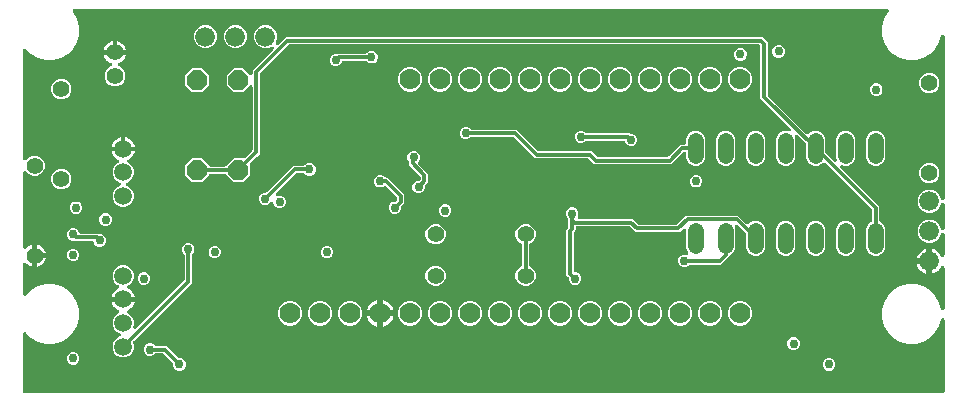
<source format=gbr>
G04 EAGLE Gerber RS-274X export*
G75*
%MOMM*%
%FSLAX34Y34*%
%LPD*%
%INBottom Copper*%
%IPPOS*%
%AMOC8*
5,1,8,0,0,1.08239X$1,22.5*%
G01*
%ADD10C,1.778000*%
%ADD11C,1.320800*%
%ADD12C,1.422400*%
%ADD13C,1.676400*%
%ADD14C,1.500000*%
%ADD15C,1.408000*%
%ADD16P,1.814519X8X292.500000*%
%ADD17C,0.756400*%
%ADD18C,0.304800*%

G36*
X906342Y92864D02*
X906342Y92864D01*
X906368Y92862D01*
X906515Y92884D01*
X906662Y92901D01*
X906687Y92909D01*
X906713Y92913D01*
X906851Y92968D01*
X906990Y93018D01*
X907012Y93032D01*
X907037Y93042D01*
X907158Y93127D01*
X907283Y93207D01*
X907301Y93226D01*
X907323Y93241D01*
X907422Y93351D01*
X907525Y93458D01*
X907539Y93480D01*
X907556Y93500D01*
X907628Y93630D01*
X907704Y93757D01*
X907712Y93782D01*
X907725Y93805D01*
X907765Y93948D01*
X907810Y94089D01*
X907812Y94115D01*
X907820Y94140D01*
X907839Y94384D01*
X907839Y155114D01*
X907822Y155262D01*
X907810Y155412D01*
X907802Y155435D01*
X907799Y155460D01*
X907749Y155601D01*
X907703Y155743D01*
X907690Y155765D01*
X907682Y155788D01*
X907601Y155914D01*
X907524Y156042D01*
X907506Y156060D01*
X907493Y156081D01*
X907385Y156185D01*
X907281Y156292D01*
X907260Y156306D01*
X907242Y156323D01*
X907114Y156400D01*
X906988Y156481D01*
X906964Y156489D01*
X906943Y156502D01*
X906801Y156548D01*
X906660Y156598D01*
X906635Y156601D01*
X906611Y156608D01*
X906462Y156620D01*
X906313Y156637D01*
X906289Y156634D01*
X906264Y156636D01*
X906116Y156614D01*
X905967Y156597D01*
X905944Y156588D01*
X905919Y156584D01*
X905780Y156529D01*
X905639Y156478D01*
X905618Y156465D01*
X905595Y156456D01*
X905473Y156370D01*
X905347Y156289D01*
X905329Y156271D01*
X905309Y156257D01*
X905209Y156146D01*
X905105Y156038D01*
X905092Y156017D01*
X905076Y155998D01*
X905003Y155867D01*
X904927Y155738D01*
X904917Y155710D01*
X904907Y155693D01*
X904894Y155647D01*
X904845Y155508D01*
X903446Y150288D01*
X900134Y144551D01*
X895449Y139866D01*
X889712Y136554D01*
X883312Y134839D01*
X876688Y134839D01*
X870288Y136554D01*
X864551Y139866D01*
X859866Y144551D01*
X856554Y150288D01*
X854839Y156688D01*
X854839Y163312D01*
X856554Y169712D01*
X859866Y175449D01*
X864551Y180134D01*
X870288Y183446D01*
X876688Y185161D01*
X883312Y185161D01*
X889712Y183446D01*
X895449Y180134D01*
X900134Y175449D01*
X903446Y169712D01*
X904845Y164492D01*
X904900Y164353D01*
X904950Y164212D01*
X904964Y164191D01*
X904973Y164168D01*
X905058Y164045D01*
X905139Y163919D01*
X905157Y163902D01*
X905171Y163881D01*
X905282Y163781D01*
X905390Y163677D01*
X905411Y163664D01*
X905430Y163647D01*
X905560Y163575D01*
X905689Y163498D01*
X905713Y163490D01*
X905734Y163478D01*
X905879Y163437D01*
X906021Y163392D01*
X906046Y163390D01*
X906070Y163383D01*
X906219Y163376D01*
X906368Y163364D01*
X906393Y163368D01*
X906418Y163366D01*
X906565Y163393D01*
X906713Y163416D01*
X906736Y163425D01*
X906760Y163429D01*
X906898Y163489D01*
X907037Y163544D01*
X907057Y163558D01*
X907080Y163568D01*
X907200Y163658D01*
X907323Y163743D01*
X907339Y163762D01*
X907360Y163776D01*
X907456Y163891D01*
X907556Y164002D01*
X907568Y164024D01*
X907584Y164043D01*
X907652Y164176D01*
X907725Y164307D01*
X907732Y164331D01*
X907743Y164353D01*
X907779Y164498D01*
X907820Y164642D01*
X907822Y164672D01*
X907827Y164691D01*
X907827Y164739D01*
X907839Y164886D01*
X907839Y199394D01*
X907820Y199558D01*
X907804Y199722D01*
X907800Y199731D01*
X907799Y199741D01*
X907744Y199895D01*
X907690Y200051D01*
X907685Y200060D01*
X907682Y200069D01*
X907593Y200207D01*
X907505Y200347D01*
X907498Y200353D01*
X907493Y200361D01*
X907374Y200476D01*
X907257Y200592D01*
X907249Y200597D01*
X907242Y200604D01*
X907101Y200688D01*
X906961Y200774D01*
X906951Y200778D01*
X906943Y200782D01*
X906787Y200832D01*
X906630Y200885D01*
X906620Y200886D01*
X906611Y200889D01*
X906448Y200902D01*
X906283Y200917D01*
X906273Y200916D01*
X906264Y200917D01*
X906101Y200892D01*
X905938Y200870D01*
X905929Y200866D01*
X905919Y200865D01*
X905766Y200804D01*
X905612Y200745D01*
X905604Y200740D01*
X905595Y200736D01*
X905461Y200643D01*
X905324Y200550D01*
X905317Y200543D01*
X905309Y200537D01*
X905199Y200415D01*
X905087Y200294D01*
X905081Y200284D01*
X905076Y200279D01*
X905061Y200252D01*
X904959Y200086D01*
X904342Y198875D01*
X903331Y197484D01*
X902116Y196269D01*
X900725Y195258D01*
X899193Y194478D01*
X897558Y193946D01*
X897539Y193943D01*
X897539Y203584D01*
X897536Y203610D01*
X897538Y203636D01*
X897516Y203783D01*
X897499Y203930D01*
X897491Y203955D01*
X897487Y203981D01*
X897432Y204118D01*
X897382Y204258D01*
X897368Y204280D01*
X897358Y204305D01*
X897273Y204426D01*
X897193Y204551D01*
X897174Y204569D01*
X897159Y204591D01*
X897143Y204605D01*
X897225Y204690D01*
X897239Y204713D01*
X897256Y204732D01*
X897328Y204862D01*
X897404Y204989D01*
X897412Y205014D01*
X897425Y205037D01*
X897465Y205180D01*
X897510Y205321D01*
X897512Y205347D01*
X897520Y205372D01*
X897539Y205616D01*
X897539Y215257D01*
X897558Y215254D01*
X899193Y214722D01*
X900725Y213942D01*
X902116Y212931D01*
X903331Y211716D01*
X904342Y210325D01*
X904959Y209114D01*
X905050Y208977D01*
X905139Y208839D01*
X905146Y208832D01*
X905151Y208824D01*
X905271Y208711D01*
X905390Y208596D01*
X905398Y208591D01*
X905405Y208585D01*
X905547Y208502D01*
X905689Y208418D01*
X905698Y208415D01*
X905706Y208410D01*
X905863Y208362D01*
X906021Y208311D01*
X906031Y208311D01*
X906040Y208308D01*
X906204Y208297D01*
X906368Y208283D01*
X906378Y208285D01*
X906387Y208284D01*
X906550Y208311D01*
X906713Y208335D01*
X906722Y208339D01*
X906731Y208340D01*
X906885Y208403D01*
X907037Y208464D01*
X907045Y208469D01*
X907054Y208473D01*
X907189Y208570D01*
X907323Y208663D01*
X907329Y208670D01*
X907337Y208675D01*
X907446Y208800D01*
X907556Y208921D01*
X907561Y208930D01*
X907567Y208937D01*
X907645Y209082D01*
X907725Y209226D01*
X907727Y209236D01*
X907732Y209244D01*
X907775Y209403D01*
X907820Y209562D01*
X907821Y209573D01*
X907823Y209581D01*
X907824Y209611D01*
X907839Y209806D01*
X907839Y227451D01*
X907834Y227501D01*
X907836Y227552D01*
X907814Y227674D01*
X907799Y227798D01*
X907782Y227845D01*
X907773Y227894D01*
X907724Y228009D01*
X907682Y228126D01*
X907655Y228168D01*
X907635Y228214D01*
X907560Y228314D01*
X907493Y228418D01*
X907457Y228453D01*
X907427Y228494D01*
X907332Y228574D01*
X907242Y228661D01*
X907199Y228687D01*
X907161Y228719D01*
X907050Y228776D01*
X906943Y228839D01*
X906895Y228855D01*
X906850Y228878D01*
X906730Y228908D01*
X906611Y228946D01*
X906561Y228950D01*
X906512Y228962D01*
X906388Y228964D01*
X906264Y228974D01*
X906214Y228966D01*
X906164Y228967D01*
X906042Y228940D01*
X905919Y228922D01*
X905872Y228903D01*
X905823Y228893D01*
X905711Y228839D01*
X905595Y228793D01*
X905554Y228764D01*
X905508Y228743D01*
X905411Y228665D01*
X905309Y228594D01*
X905275Y228557D01*
X905236Y228526D01*
X905159Y228428D01*
X905076Y228336D01*
X905051Y228291D01*
X905020Y228252D01*
X904909Y228034D01*
X903399Y224388D01*
X900612Y221601D01*
X896971Y220093D01*
X893029Y220093D01*
X889388Y221601D01*
X886601Y224388D01*
X885093Y228029D01*
X885093Y231971D01*
X886601Y235612D01*
X889388Y238399D01*
X893029Y239907D01*
X896971Y239907D01*
X900612Y238399D01*
X903399Y235612D01*
X904909Y231966D01*
X904933Y231922D01*
X904950Y231874D01*
X905018Y231770D01*
X905078Y231661D01*
X905112Y231624D01*
X905139Y231582D01*
X905229Y231495D01*
X905312Y231403D01*
X905354Y231374D01*
X905390Y231339D01*
X905497Y231275D01*
X905599Y231205D01*
X905646Y231186D01*
X905689Y231161D01*
X905807Y231123D01*
X905923Y231077D01*
X905973Y231070D01*
X906021Y231054D01*
X906145Y231044D01*
X906268Y231026D01*
X906318Y231030D01*
X906368Y231026D01*
X906491Y231045D01*
X906615Y231055D01*
X906663Y231071D01*
X906713Y231078D01*
X906828Y231124D01*
X906947Y231162D01*
X906990Y231188D01*
X907037Y231207D01*
X907139Y231278D01*
X907245Y231342D01*
X907282Y231377D01*
X907323Y231406D01*
X907406Y231498D01*
X907495Y231585D01*
X907523Y231627D01*
X907556Y231664D01*
X907616Y231773D01*
X907684Y231878D01*
X907701Y231925D01*
X907725Y231969D01*
X907759Y232089D01*
X907800Y232206D01*
X907806Y232256D01*
X907820Y232305D01*
X907839Y232549D01*
X907839Y252851D01*
X907834Y252901D01*
X907836Y252952D01*
X907814Y253074D01*
X907799Y253198D01*
X907782Y253245D01*
X907773Y253294D01*
X907724Y253409D01*
X907682Y253526D01*
X907655Y253568D01*
X907635Y253614D01*
X907560Y253714D01*
X907493Y253818D01*
X907457Y253853D01*
X907427Y253894D01*
X907332Y253974D01*
X907242Y254061D01*
X907199Y254087D01*
X907161Y254119D01*
X907050Y254176D01*
X906943Y254239D01*
X906895Y254255D01*
X906850Y254278D01*
X906730Y254308D01*
X906611Y254346D01*
X906561Y254350D01*
X906512Y254362D01*
X906388Y254364D01*
X906264Y254374D01*
X906214Y254366D01*
X906164Y254367D01*
X906042Y254340D01*
X905919Y254322D01*
X905872Y254303D01*
X905823Y254293D01*
X905711Y254239D01*
X905595Y254193D01*
X905554Y254164D01*
X905508Y254143D01*
X905411Y254065D01*
X905309Y253994D01*
X905275Y253957D01*
X905236Y253926D01*
X905159Y253828D01*
X905076Y253736D01*
X905051Y253691D01*
X905020Y253652D01*
X904909Y253434D01*
X903399Y249788D01*
X900612Y247001D01*
X896971Y245493D01*
X893029Y245493D01*
X889388Y247001D01*
X886601Y249788D01*
X885093Y253429D01*
X885093Y257371D01*
X886601Y261012D01*
X889388Y263799D01*
X893029Y265307D01*
X896971Y265307D01*
X900612Y263799D01*
X903399Y261012D01*
X904909Y257366D01*
X904933Y257322D01*
X904950Y257274D01*
X905018Y257170D01*
X905078Y257061D01*
X905112Y257024D01*
X905139Y256982D01*
X905229Y256895D01*
X905312Y256803D01*
X905354Y256774D01*
X905390Y256739D01*
X905497Y256675D01*
X905599Y256605D01*
X905646Y256586D01*
X905689Y256561D01*
X905807Y256523D01*
X905923Y256477D01*
X905973Y256470D01*
X906021Y256454D01*
X906145Y256444D01*
X906268Y256426D01*
X906318Y256430D01*
X906368Y256426D01*
X906491Y256445D01*
X906615Y256455D01*
X906663Y256471D01*
X906713Y256478D01*
X906828Y256524D01*
X906947Y256562D01*
X906990Y256588D01*
X907037Y256607D01*
X907139Y256678D01*
X907245Y256742D01*
X907282Y256777D01*
X907323Y256806D01*
X907406Y256898D01*
X907495Y256985D01*
X907523Y257027D01*
X907556Y257064D01*
X907616Y257173D01*
X907684Y257278D01*
X907701Y257325D01*
X907725Y257369D01*
X907759Y257489D01*
X907800Y257606D01*
X907806Y257656D01*
X907820Y257705D01*
X907839Y257949D01*
X907839Y395114D01*
X907822Y395263D01*
X907810Y395412D01*
X907802Y395435D01*
X907799Y395460D01*
X907749Y395601D01*
X907703Y395743D01*
X907690Y395765D01*
X907682Y395788D01*
X907601Y395914D01*
X907524Y396042D01*
X907506Y396060D01*
X907493Y396081D01*
X907385Y396185D01*
X907281Y396292D01*
X907260Y396306D01*
X907242Y396323D01*
X907114Y396400D01*
X906988Y396481D01*
X906964Y396489D01*
X906943Y396502D01*
X906801Y396548D01*
X906660Y396598D01*
X906635Y396601D01*
X906611Y396608D01*
X906462Y396620D01*
X906313Y396637D01*
X906289Y396634D01*
X906264Y396636D01*
X906116Y396614D01*
X905967Y396597D01*
X905944Y396588D01*
X905919Y396584D01*
X905780Y396529D01*
X905639Y396478D01*
X905618Y396465D01*
X905595Y396456D01*
X905473Y396370D01*
X905347Y396289D01*
X905329Y396271D01*
X905309Y396257D01*
X905209Y396146D01*
X905105Y396038D01*
X905092Y396017D01*
X905076Y395998D01*
X905003Y395867D01*
X904927Y395738D01*
X904917Y395710D01*
X904907Y395693D01*
X904894Y395647D01*
X904845Y395508D01*
X903446Y390288D01*
X900134Y384551D01*
X895449Y379866D01*
X889712Y376554D01*
X883312Y374839D01*
X876688Y374839D01*
X870288Y376554D01*
X864551Y379866D01*
X859866Y384551D01*
X856554Y390288D01*
X854839Y396688D01*
X854839Y403312D01*
X856554Y409712D01*
X859866Y415449D01*
X860056Y415639D01*
X860119Y415718D01*
X860188Y415790D01*
X860227Y415854D01*
X860273Y415912D01*
X860316Y416003D01*
X860367Y416089D01*
X860390Y416160D01*
X860422Y416227D01*
X860443Y416325D01*
X860474Y416421D01*
X860480Y416495D01*
X860495Y416568D01*
X860493Y416668D01*
X860502Y416768D01*
X860491Y416842D01*
X860489Y416916D01*
X860465Y417014D01*
X860450Y417113D01*
X860422Y417182D01*
X860404Y417254D01*
X860358Y417344D01*
X860321Y417437D01*
X860279Y417498D01*
X860245Y417564D01*
X860179Y417640D01*
X860122Y417723D01*
X860067Y417773D01*
X860019Y417829D01*
X859938Y417889D01*
X859863Y417956D01*
X859798Y417992D01*
X859739Y418037D01*
X859646Y418076D01*
X859558Y418125D01*
X859487Y418145D01*
X859419Y418175D01*
X859320Y418192D01*
X859223Y418220D01*
X859123Y418228D01*
X859075Y418236D01*
X859040Y418234D01*
X858979Y418239D01*
X171021Y418239D01*
X170921Y418228D01*
X170821Y418226D01*
X170748Y418208D01*
X170675Y418199D01*
X170580Y418166D01*
X170483Y418141D01*
X170417Y418107D01*
X170347Y418082D01*
X170262Y418027D01*
X170173Y417981D01*
X170116Y417933D01*
X170054Y417893D01*
X169984Y417821D01*
X169907Y417756D01*
X169863Y417696D01*
X169812Y417642D01*
X169760Y417556D01*
X169700Y417475D01*
X169671Y417407D01*
X169633Y417343D01*
X169602Y417248D01*
X169562Y417155D01*
X169549Y417082D01*
X169526Y417011D01*
X169518Y416911D01*
X169501Y416812D01*
X169504Y416738D01*
X169498Y416664D01*
X169513Y416565D01*
X169519Y416464D01*
X169539Y416393D01*
X169550Y416319D01*
X169587Y416226D01*
X169615Y416129D01*
X169651Y416064D01*
X169679Y415995D01*
X169736Y415913D01*
X169785Y415825D01*
X169850Y415749D01*
X169878Y415709D01*
X169904Y415685D01*
X169944Y415639D01*
X170134Y415449D01*
X173446Y409712D01*
X175161Y403312D01*
X175161Y396688D01*
X173446Y390288D01*
X170134Y384551D01*
X165449Y379866D01*
X159712Y376554D01*
X153312Y374839D01*
X146688Y374839D01*
X140288Y376554D01*
X134551Y379866D01*
X130261Y384156D01*
X130183Y384219D01*
X130110Y384288D01*
X130046Y384327D01*
X129988Y384373D01*
X129897Y384416D01*
X129811Y384467D01*
X129740Y384490D01*
X129673Y384522D01*
X129575Y384543D01*
X129479Y384574D01*
X129405Y384580D01*
X129332Y384595D01*
X129232Y384593D01*
X129132Y384602D01*
X129058Y384590D01*
X128984Y384589D01*
X128887Y384565D01*
X128787Y384550D01*
X128718Y384522D01*
X128646Y384504D01*
X128556Y384458D01*
X128463Y384421D01*
X128402Y384379D01*
X128336Y384345D01*
X128259Y384279D01*
X128177Y384222D01*
X128127Y384167D01*
X128071Y384119D01*
X128011Y384038D01*
X127944Y383963D01*
X127908Y383898D01*
X127863Y383838D01*
X127824Y383746D01*
X127775Y383658D01*
X127755Y383587D01*
X127725Y383518D01*
X127708Y383420D01*
X127680Y383323D01*
X127672Y383223D01*
X127664Y383175D01*
X127666Y383140D01*
X127661Y383079D01*
X127661Y291551D01*
X127672Y291451D01*
X127674Y291350D01*
X127692Y291278D01*
X127701Y291204D01*
X127734Y291110D01*
X127759Y291012D01*
X127793Y290946D01*
X127818Y290876D01*
X127873Y290792D01*
X127919Y290703D01*
X127967Y290646D01*
X128007Y290583D01*
X128079Y290513D01*
X128144Y290437D01*
X128204Y290393D01*
X128258Y290341D01*
X128344Y290290D01*
X128425Y290230D01*
X128493Y290201D01*
X128557Y290162D01*
X128653Y290132D01*
X128745Y290092D01*
X128818Y290079D01*
X128889Y290056D01*
X128989Y290048D01*
X129088Y290030D01*
X129162Y290034D01*
X129236Y290028D01*
X129336Y290043D01*
X129436Y290048D01*
X129507Y290069D01*
X129581Y290080D01*
X129674Y290117D01*
X129771Y290145D01*
X129836Y290181D01*
X129905Y290209D01*
X129987Y290266D01*
X130075Y290315D01*
X130151Y290380D01*
X130191Y290408D01*
X130215Y290434D01*
X130261Y290473D01*
X132648Y292861D01*
X135796Y294165D01*
X139204Y294165D01*
X142352Y292861D01*
X144761Y290452D01*
X146065Y287304D01*
X146065Y283896D01*
X144761Y280748D01*
X142352Y278339D01*
X139204Y277035D01*
X135796Y277035D01*
X132648Y278339D01*
X130261Y280727D01*
X130183Y280789D01*
X130110Y280859D01*
X130046Y280897D01*
X129988Y280943D01*
X129897Y280986D01*
X129811Y281038D01*
X129740Y281060D01*
X129673Y281092D01*
X129575Y281113D01*
X129479Y281144D01*
X129405Y281150D01*
X129332Y281165D01*
X129232Y281164D01*
X129132Y281172D01*
X129058Y281161D01*
X128984Y281160D01*
X128887Y281135D01*
X128787Y281120D01*
X128718Y281093D01*
X128646Y281075D01*
X128557Y281029D01*
X128463Y280991D01*
X128402Y280949D01*
X128336Y280915D01*
X128260Y280850D01*
X128177Y280792D01*
X128127Y280737D01*
X128071Y280689D01*
X128011Y280608D01*
X127944Y280534D01*
X127908Y280469D01*
X127863Y280409D01*
X127824Y280317D01*
X127775Y280229D01*
X127755Y280157D01*
X127725Y280089D01*
X127708Y279990D01*
X127680Y279893D01*
X127672Y279793D01*
X127664Y279746D01*
X127666Y279710D01*
X127661Y279649D01*
X127661Y216787D01*
X127672Y216688D01*
X127674Y216587D01*
X127692Y216515D01*
X127701Y216441D01*
X127735Y216346D01*
X127759Y216249D01*
X127793Y216183D01*
X127818Y216113D01*
X127873Y216029D01*
X127919Y215939D01*
X127967Y215883D01*
X128007Y215820D01*
X128079Y215750D01*
X128144Y215674D01*
X128204Y215630D01*
X128258Y215578D01*
X128344Y215526D01*
X128425Y215467D01*
X128493Y215437D01*
X128557Y215399D01*
X128653Y215369D01*
X128745Y215329D01*
X128818Y215316D01*
X128889Y215293D01*
X128989Y215285D01*
X129088Y215267D01*
X129162Y215271D01*
X129236Y215265D01*
X129336Y215280D01*
X129436Y215285D01*
X129507Y215306D01*
X129581Y215317D01*
X129674Y215354D01*
X129771Y215382D01*
X129836Y215418D01*
X129905Y215445D01*
X129987Y215503D01*
X130075Y215552D01*
X130151Y215617D01*
X130191Y215644D01*
X130215Y215671D01*
X130261Y215710D01*
X131259Y216708D01*
X132479Y217594D01*
X133822Y218279D01*
X135251Y218743D01*
X135251Y210126D01*
X135253Y210110D01*
X135252Y210099D01*
X135253Y210090D01*
X135252Y210074D01*
X135274Y209927D01*
X135291Y209780D01*
X135299Y209755D01*
X135303Y209729D01*
X135358Y209592D01*
X135408Y209452D01*
X135422Y209430D01*
X135432Y209405D01*
X135441Y209393D01*
X135386Y209301D01*
X135378Y209276D01*
X135365Y209253D01*
X135325Y209110D01*
X135280Y208969D01*
X135277Y208943D01*
X135270Y208918D01*
X135251Y208674D01*
X135251Y200057D01*
X133822Y200521D01*
X132479Y201206D01*
X131259Y202092D01*
X130261Y203090D01*
X130182Y203152D01*
X130110Y203222D01*
X130046Y203260D01*
X129988Y203306D01*
X129897Y203349D01*
X129811Y203401D01*
X129740Y203423D01*
X129673Y203455D01*
X129575Y203476D01*
X129479Y203507D01*
X129405Y203513D01*
X129332Y203529D01*
X129232Y203527D01*
X129132Y203535D01*
X129058Y203524D01*
X128984Y203523D01*
X128887Y203498D01*
X128787Y203483D01*
X128718Y203456D01*
X128646Y203438D01*
X128557Y203392D01*
X128463Y203355D01*
X128402Y203312D01*
X128336Y203278D01*
X128260Y203213D01*
X128177Y203156D01*
X128127Y203100D01*
X128071Y203052D01*
X128011Y202971D01*
X127944Y202897D01*
X127908Y202832D01*
X127863Y202772D01*
X127824Y202680D01*
X127775Y202592D01*
X127755Y202520D01*
X127725Y202452D01*
X127708Y202353D01*
X127680Y202256D01*
X127672Y202156D01*
X127664Y202109D01*
X127666Y202073D01*
X127661Y202013D01*
X127661Y176921D01*
X127672Y176821D01*
X127674Y176721D01*
X127692Y176649D01*
X127701Y176575D01*
X127734Y176480D01*
X127759Y176383D01*
X127793Y176317D01*
X127818Y176247D01*
X127873Y176162D01*
X127919Y176073D01*
X127967Y176016D01*
X128007Y175954D01*
X128079Y175884D01*
X128144Y175807D01*
X128204Y175763D01*
X128258Y175712D01*
X128344Y175660D01*
X128425Y175600D01*
X128493Y175571D01*
X128557Y175533D01*
X128653Y175502D01*
X128745Y175462D01*
X128818Y175449D01*
X128889Y175426D01*
X128989Y175418D01*
X129088Y175401D01*
X129162Y175404D01*
X129236Y175398D01*
X129336Y175413D01*
X129436Y175419D01*
X129507Y175439D01*
X129581Y175450D01*
X129674Y175487D01*
X129771Y175515D01*
X129836Y175551D01*
X129905Y175579D01*
X129987Y175636D01*
X130075Y175685D01*
X130151Y175750D01*
X130191Y175778D01*
X130215Y175804D01*
X130261Y175844D01*
X134551Y180134D01*
X140288Y183446D01*
X146688Y185161D01*
X153312Y185161D01*
X159712Y183446D01*
X165449Y180134D01*
X170134Y175449D01*
X173446Y169712D01*
X175161Y163312D01*
X175161Y156688D01*
X173446Y150288D01*
X170134Y144551D01*
X165449Y139866D01*
X159712Y136554D01*
X153312Y134839D01*
X146688Y134839D01*
X140288Y136554D01*
X134551Y139866D01*
X130261Y144156D01*
X130183Y144219D01*
X130110Y144288D01*
X130046Y144327D01*
X129988Y144373D01*
X129897Y144416D01*
X129811Y144467D01*
X129740Y144490D01*
X129673Y144522D01*
X129575Y144543D01*
X129479Y144574D01*
X129405Y144580D01*
X129332Y144595D01*
X129232Y144593D01*
X129132Y144602D01*
X129058Y144590D01*
X128984Y144589D01*
X128887Y144565D01*
X128787Y144550D01*
X128718Y144522D01*
X128646Y144504D01*
X128556Y144458D01*
X128463Y144421D01*
X128402Y144379D01*
X128336Y144345D01*
X128259Y144279D01*
X128177Y144222D01*
X128127Y144167D01*
X128071Y144119D01*
X128011Y144038D01*
X127944Y143963D01*
X127908Y143898D01*
X127863Y143838D01*
X127824Y143746D01*
X127775Y143658D01*
X127755Y143587D01*
X127725Y143518D01*
X127708Y143420D01*
X127680Y143323D01*
X127672Y143223D01*
X127664Y143175D01*
X127666Y143140D01*
X127661Y143079D01*
X127661Y94384D01*
X127664Y94358D01*
X127662Y94332D01*
X127684Y94185D01*
X127701Y94038D01*
X127709Y94013D01*
X127713Y93987D01*
X127768Y93849D01*
X127818Y93710D01*
X127832Y93688D01*
X127842Y93663D01*
X127927Y93542D01*
X128007Y93417D01*
X128026Y93399D01*
X128041Y93377D01*
X128151Y93278D01*
X128258Y93175D01*
X128280Y93161D01*
X128300Y93144D01*
X128430Y93072D01*
X128557Y92996D01*
X128582Y92988D01*
X128605Y92975D01*
X128748Y92935D01*
X128889Y92890D01*
X128915Y92888D01*
X128940Y92880D01*
X129184Y92861D01*
X906316Y92861D01*
X906342Y92864D01*
G37*
%LPC*%
G36*
X848003Y209367D02*
X848003Y209367D01*
X845015Y210605D01*
X842729Y212891D01*
X841491Y215879D01*
X841491Y232321D01*
X842729Y235309D01*
X845015Y237595D01*
X845631Y237850D01*
X845698Y237887D01*
X845769Y237915D01*
X845849Y237972D01*
X845936Y238019D01*
X845992Y238071D01*
X846055Y238114D01*
X846121Y238187D01*
X846194Y238254D01*
X846237Y238316D01*
X846288Y238373D01*
X846336Y238459D01*
X846392Y238540D01*
X846420Y238611D01*
X846457Y238678D01*
X846484Y238773D01*
X846520Y238864D01*
X846531Y238940D01*
X846552Y239014D01*
X846564Y239162D01*
X846571Y239209D01*
X846569Y239228D01*
X846571Y239257D01*
X846571Y247606D01*
X846557Y247732D01*
X846550Y247858D01*
X846537Y247904D01*
X846531Y247952D01*
X846489Y248071D01*
X846454Y248193D01*
X846430Y248235D01*
X846414Y248281D01*
X846345Y248387D01*
X846284Y248497D01*
X846244Y248543D01*
X846225Y248573D01*
X846190Y248607D01*
X846125Y248683D01*
X806791Y288017D01*
X806771Y288034D01*
X806754Y288054D01*
X806634Y288142D01*
X806518Y288234D01*
X806495Y288245D01*
X806473Y288261D01*
X806337Y288319D01*
X806203Y288383D01*
X806177Y288388D01*
X806153Y288399D01*
X806007Y288425D01*
X805862Y288456D01*
X805836Y288456D01*
X805810Y288460D01*
X805662Y288453D01*
X805514Y288450D01*
X805488Y288444D01*
X805462Y288442D01*
X805320Y288401D01*
X805176Y288365D01*
X805153Y288353D01*
X805127Y288346D01*
X804998Y288273D01*
X804866Y288206D01*
X804846Y288189D01*
X804823Y288176D01*
X804637Y288017D01*
X803425Y286805D01*
X800437Y285567D01*
X797203Y285567D01*
X794215Y286805D01*
X791929Y289091D01*
X790691Y292079D01*
X790691Y303486D01*
X790677Y303612D01*
X790670Y303738D01*
X790657Y303784D01*
X790651Y303832D01*
X790609Y303951D01*
X790574Y304073D01*
X790550Y304115D01*
X790534Y304161D01*
X790465Y304267D01*
X790404Y304377D01*
X790364Y304423D01*
X790345Y304453D01*
X790310Y304487D01*
X790245Y304563D01*
X783613Y311196D01*
X783573Y311227D01*
X783540Y311264D01*
X783437Y311335D01*
X783340Y311412D01*
X783294Y311434D01*
X783253Y311462D01*
X783137Y311508D01*
X783025Y311561D01*
X782975Y311572D01*
X782929Y311590D01*
X782806Y311608D01*
X782684Y311635D01*
X782634Y311634D01*
X782584Y311641D01*
X782460Y311631D01*
X782336Y311629D01*
X782287Y311616D01*
X782237Y311612D01*
X782118Y311574D01*
X781998Y311544D01*
X781953Y311520D01*
X781905Y311505D01*
X781798Y311441D01*
X781688Y311384D01*
X781649Y311351D01*
X781606Y311325D01*
X781517Y311239D01*
X781422Y311158D01*
X781392Y311118D01*
X781356Y311082D01*
X781289Y310978D01*
X781215Y310878D01*
X781195Y310831D01*
X781168Y310789D01*
X781126Y310672D01*
X781077Y310558D01*
X781068Y310508D01*
X781051Y310461D01*
X781038Y310337D01*
X781016Y310215D01*
X781018Y310164D01*
X781012Y310114D01*
X781027Y309991D01*
X781033Y309867D01*
X781047Y309818D01*
X781053Y309768D01*
X781128Y309536D01*
X781549Y308521D01*
X781549Y292079D01*
X780311Y289091D01*
X778025Y286805D01*
X775037Y285567D01*
X771803Y285567D01*
X768815Y286805D01*
X766529Y289091D01*
X765291Y292079D01*
X765291Y308521D01*
X766529Y311509D01*
X768815Y313795D01*
X771803Y315033D01*
X775037Y315033D01*
X776052Y314612D01*
X776100Y314599D01*
X776146Y314577D01*
X776267Y314551D01*
X776387Y314517D01*
X776437Y314514D01*
X776486Y314504D01*
X776610Y314506D01*
X776735Y314500D01*
X776784Y314509D01*
X776835Y314510D01*
X776955Y314540D01*
X777078Y314562D01*
X777124Y314582D01*
X777173Y314595D01*
X777283Y314652D01*
X777397Y314701D01*
X777438Y314731D01*
X777482Y314754D01*
X777577Y314835D01*
X777677Y314909D01*
X777710Y314948D01*
X777748Y314980D01*
X777822Y315080D01*
X777902Y315175D01*
X777925Y315220D01*
X777955Y315260D01*
X778004Y315375D01*
X778061Y315485D01*
X778073Y315534D01*
X778093Y315580D01*
X778115Y315703D01*
X778145Y315824D01*
X778146Y315874D01*
X778155Y315923D01*
X778148Y316048D01*
X778150Y316172D01*
X778139Y316221D01*
X778137Y316272D01*
X778102Y316391D01*
X778076Y316513D01*
X778054Y316558D01*
X778040Y316606D01*
X777980Y316715D01*
X777926Y316827D01*
X777895Y316867D01*
X777870Y316911D01*
X777712Y317097D01*
X777709Y317100D01*
X754183Y340625D01*
X751951Y342857D01*
X751951Y386928D01*
X751948Y386954D01*
X751950Y386980D01*
X751928Y387127D01*
X751911Y387274D01*
X751903Y387299D01*
X751899Y387325D01*
X751844Y387463D01*
X751794Y387602D01*
X751780Y387624D01*
X751770Y387649D01*
X751685Y387770D01*
X751605Y387895D01*
X751586Y387913D01*
X751571Y387935D01*
X751461Y388034D01*
X751354Y388137D01*
X751332Y388151D01*
X751312Y388168D01*
X751182Y388240D01*
X751055Y388316D01*
X751030Y388324D01*
X751007Y388337D01*
X750864Y388377D01*
X750723Y388422D01*
X750697Y388424D01*
X750672Y388432D01*
X750428Y388451D01*
X353394Y388451D01*
X353268Y388437D01*
X353142Y388430D01*
X353096Y388417D01*
X353048Y388411D01*
X352929Y388369D01*
X352807Y388334D01*
X352765Y388310D01*
X352719Y388294D01*
X352613Y388225D01*
X352503Y388164D01*
X352457Y388124D01*
X352427Y388105D01*
X352393Y388070D01*
X352317Y388005D01*
X328495Y364183D01*
X328416Y364084D01*
X328332Y363990D01*
X328308Y363948D01*
X328278Y363910D01*
X328224Y363796D01*
X328163Y363685D01*
X328150Y363639D01*
X328129Y363595D01*
X328103Y363472D01*
X328068Y363350D01*
X328063Y363289D01*
X328056Y363254D01*
X328057Y363206D01*
X328049Y363106D01*
X328049Y295637D01*
X325817Y293405D01*
X320238Y287826D01*
X320222Y287806D01*
X320202Y287789D01*
X320113Y287669D01*
X320021Y287553D01*
X320010Y287530D01*
X319994Y287508D01*
X319936Y287372D01*
X319872Y287238D01*
X319867Y287213D01*
X319856Y287188D01*
X319830Y287042D01*
X319799Y286898D01*
X319800Y286871D01*
X319795Y286845D01*
X319803Y286697D01*
X319805Y286549D01*
X319811Y286524D01*
X319813Y286497D01*
X319854Y286355D01*
X319890Y286211D01*
X319902Y286188D01*
X319907Y286172D01*
X319907Y277796D01*
X314104Y271993D01*
X305896Y271993D01*
X299963Y277927D01*
X299936Y278002D01*
X299922Y278024D01*
X299912Y278049D01*
X299827Y278170D01*
X299747Y278295D01*
X299728Y278313D01*
X299713Y278335D01*
X299603Y278434D01*
X299496Y278537D01*
X299474Y278551D01*
X299454Y278568D01*
X299324Y278640D01*
X299197Y278716D01*
X299172Y278724D01*
X299149Y278737D01*
X299006Y278777D01*
X298865Y278822D01*
X298839Y278824D01*
X298814Y278832D01*
X298570Y278851D01*
X286430Y278851D01*
X286404Y278848D01*
X286378Y278850D01*
X286231Y278828D01*
X286084Y278811D01*
X286059Y278803D01*
X286033Y278799D01*
X285895Y278744D01*
X285756Y278694D01*
X285734Y278680D01*
X285709Y278670D01*
X285588Y278585D01*
X285463Y278505D01*
X285445Y278486D01*
X285423Y278471D01*
X285324Y278361D01*
X285221Y278254D01*
X285207Y278232D01*
X285190Y278212D01*
X285118Y278082D01*
X285042Y277955D01*
X285034Y277930D01*
X285026Y277915D01*
X279104Y271993D01*
X270896Y271993D01*
X265093Y277796D01*
X265093Y286004D01*
X270896Y291807D01*
X279104Y291807D01*
X285037Y285873D01*
X285064Y285798D01*
X285078Y285776D01*
X285088Y285751D01*
X285173Y285630D01*
X285253Y285505D01*
X285272Y285487D01*
X285287Y285465D01*
X285397Y285366D01*
X285504Y285263D01*
X285526Y285249D01*
X285546Y285232D01*
X285676Y285160D01*
X285803Y285084D01*
X285828Y285076D01*
X285851Y285063D01*
X285994Y285023D01*
X286135Y284978D01*
X286161Y284976D01*
X286186Y284968D01*
X286430Y284949D01*
X298570Y284949D01*
X298596Y284952D01*
X298622Y284950D01*
X298769Y284972D01*
X298916Y284989D01*
X298941Y284997D01*
X298967Y285001D01*
X299105Y285056D01*
X299244Y285106D01*
X299266Y285120D01*
X299291Y285130D01*
X299412Y285215D01*
X299537Y285295D01*
X299555Y285314D01*
X299577Y285329D01*
X299676Y285439D01*
X299779Y285546D01*
X299793Y285568D01*
X299810Y285588D01*
X299882Y285718D01*
X299958Y285845D01*
X299966Y285870D01*
X299974Y285885D01*
X305896Y291807D01*
X314288Y291807D01*
X314360Y291773D01*
X314386Y291767D01*
X314410Y291757D01*
X314556Y291730D01*
X314701Y291699D01*
X314727Y291700D01*
X314753Y291695D01*
X314901Y291702D01*
X315049Y291705D01*
X315075Y291711D01*
X315101Y291713D01*
X315244Y291754D01*
X315387Y291790D01*
X315411Y291802D01*
X315436Y291809D01*
X315565Y291882D01*
X315697Y291950D01*
X315717Y291967D01*
X315740Y291979D01*
X315926Y292138D01*
X321505Y297717D01*
X321584Y297816D01*
X321668Y297910D01*
X321692Y297952D01*
X321722Y297990D01*
X321776Y298104D01*
X321837Y298215D01*
X321850Y298261D01*
X321871Y298305D01*
X321897Y298428D01*
X321932Y298550D01*
X321937Y298611D01*
X321944Y298645D01*
X321943Y298693D01*
X321951Y298794D01*
X321951Y352364D01*
X321940Y352463D01*
X321938Y352564D01*
X321920Y352636D01*
X321911Y352710D01*
X321878Y352804D01*
X321853Y352902D01*
X321819Y352968D01*
X321794Y353038D01*
X321739Y353122D01*
X321693Y353212D01*
X321645Y353268D01*
X321605Y353331D01*
X321533Y353401D01*
X321468Y353477D01*
X321408Y353521D01*
X321354Y353573D01*
X321268Y353624D01*
X321187Y353684D01*
X321119Y353714D01*
X321055Y353752D01*
X320959Y353782D01*
X320867Y353822D01*
X320794Y353835D01*
X320723Y353858D01*
X320623Y353866D01*
X320524Y353884D01*
X320450Y353880D01*
X320376Y353886D01*
X320276Y353871D01*
X320176Y353866D01*
X320105Y353845D01*
X320031Y353834D01*
X319938Y353797D01*
X319841Y353769D01*
X319776Y353733D01*
X319707Y353706D01*
X319625Y353648D01*
X319537Y353599D01*
X319461Y353534D01*
X319421Y353507D01*
X319397Y353480D01*
X319351Y353441D01*
X314104Y348193D01*
X305896Y348193D01*
X300093Y353996D01*
X300093Y362204D01*
X305896Y368007D01*
X314104Y368007D01*
X319351Y362759D01*
X319429Y362697D01*
X319502Y362627D01*
X319566Y362589D01*
X319624Y362543D01*
X319715Y362500D01*
X319801Y362448D01*
X319872Y362426D01*
X319939Y362394D01*
X320037Y362373D01*
X320133Y362342D01*
X320207Y362336D01*
X320280Y362320D01*
X320380Y362322D01*
X320480Y362314D01*
X320554Y362325D01*
X320628Y362326D01*
X320725Y362351D01*
X320825Y362366D01*
X320894Y362393D01*
X320966Y362411D01*
X321056Y362457D01*
X321149Y362494D01*
X321210Y362537D01*
X321276Y362571D01*
X321353Y362636D01*
X321435Y362693D01*
X321485Y362749D01*
X321541Y362797D01*
X321601Y362878D01*
X321668Y362952D01*
X321704Y363017D01*
X321749Y363077D01*
X321788Y363169D01*
X321837Y363257D01*
X321857Y363329D01*
X321887Y363397D01*
X321904Y363496D01*
X321932Y363593D01*
X321940Y363693D01*
X321948Y363740D01*
X321946Y363776D01*
X321951Y363836D01*
X321951Y366263D01*
X339547Y383858D01*
X339578Y383897D01*
X339615Y383931D01*
X339686Y384034D01*
X339763Y384131D01*
X339785Y384177D01*
X339813Y384218D01*
X339859Y384334D01*
X339912Y384446D01*
X339923Y384495D01*
X339941Y384542D01*
X339959Y384665D01*
X339985Y384787D01*
X339985Y384837D01*
X339992Y384887D01*
X339982Y385011D01*
X339979Y385135D01*
X339967Y385184D01*
X339963Y385234D01*
X339925Y385353D01*
X339894Y385473D01*
X339871Y385518D01*
X339856Y385566D01*
X339792Y385672D01*
X339735Y385783D01*
X339702Y385822D01*
X339676Y385865D01*
X339590Y385954D01*
X339509Y386049D01*
X339468Y386079D01*
X339433Y386115D01*
X339329Y386182D01*
X339229Y386256D01*
X339182Y386276D01*
X339140Y386303D01*
X339023Y386345D01*
X338909Y386394D01*
X338859Y386403D01*
X338812Y386420D01*
X338688Y386433D01*
X338566Y386455D01*
X338515Y386453D01*
X338465Y386458D01*
X338342Y386444D01*
X338218Y386437D01*
X338169Y386424D01*
X338119Y386418D01*
X337886Y386343D01*
X334871Y385093D01*
X330929Y385093D01*
X327288Y386601D01*
X324501Y389388D01*
X322993Y393029D01*
X322993Y396971D01*
X324501Y400612D01*
X327288Y403399D01*
X330929Y404907D01*
X334871Y404907D01*
X338512Y403399D01*
X341299Y400612D01*
X342807Y396971D01*
X342807Y393029D01*
X341557Y390014D01*
X341544Y389965D01*
X341522Y389920D01*
X341496Y389798D01*
X341462Y389678D01*
X341459Y389628D01*
X341449Y389579D01*
X341451Y389455D01*
X341445Y389330D01*
X341454Y389281D01*
X341455Y389230D01*
X341485Y389110D01*
X341507Y388987D01*
X341527Y388941D01*
X341540Y388892D01*
X341597Y388782D01*
X341646Y388668D01*
X341676Y388627D01*
X341699Y388583D01*
X341780Y388488D01*
X341854Y388388D01*
X341893Y388356D01*
X341925Y388317D01*
X342025Y388243D01*
X342120Y388163D01*
X342165Y388140D01*
X342206Y388110D01*
X342320Y388061D01*
X342430Y388004D01*
X342479Y387992D01*
X342526Y387972D01*
X342648Y387950D01*
X342769Y387920D01*
X342819Y387919D01*
X342869Y387910D01*
X342993Y387917D01*
X343117Y387915D01*
X343166Y387926D01*
X343217Y387928D01*
X343336Y387963D01*
X343458Y387989D01*
X343503Y388011D01*
X343551Y388025D01*
X343660Y388086D01*
X343772Y388139D01*
X343812Y388170D01*
X343856Y388195D01*
X344042Y388353D01*
X350237Y394549D01*
X753763Y394549D01*
X758049Y390263D01*
X758049Y346014D01*
X758063Y345888D01*
X758070Y345762D01*
X758083Y345716D01*
X758089Y345668D01*
X758131Y345549D01*
X758166Y345427D01*
X758190Y345385D01*
X758206Y345339D01*
X758275Y345233D01*
X758336Y345123D01*
X758376Y345077D01*
X758395Y345047D01*
X758430Y345013D01*
X758495Y344937D01*
X790849Y312583D01*
X790869Y312566D01*
X790886Y312546D01*
X791006Y312458D01*
X791122Y312366D01*
X791145Y312355D01*
X791167Y312339D01*
X791303Y312281D01*
X791437Y312217D01*
X791463Y312212D01*
X791487Y312201D01*
X791633Y312175D01*
X791778Y312144D01*
X791804Y312144D01*
X791830Y312140D01*
X791978Y312147D01*
X792126Y312150D01*
X792152Y312156D01*
X792178Y312158D01*
X792320Y312199D01*
X792464Y312235D01*
X792487Y312247D01*
X792513Y312254D01*
X792642Y312327D01*
X792774Y312394D01*
X792794Y312411D01*
X792817Y312424D01*
X793003Y312583D01*
X794215Y313795D01*
X797203Y315033D01*
X800437Y315033D01*
X803425Y313795D01*
X805711Y311509D01*
X806949Y308521D01*
X806949Y297114D01*
X806963Y296988D01*
X806970Y296862D01*
X806983Y296816D01*
X806989Y296768D01*
X807031Y296649D01*
X807066Y296527D01*
X807090Y296485D01*
X807106Y296439D01*
X807175Y296333D01*
X807236Y296223D01*
X807276Y296177D01*
X807295Y296147D01*
X807330Y296113D01*
X807395Y296037D01*
X814027Y289404D01*
X814067Y289373D01*
X814100Y289336D01*
X814203Y289265D01*
X814300Y289188D01*
X814346Y289166D01*
X814387Y289138D01*
X814503Y289092D01*
X814615Y289039D01*
X814665Y289028D01*
X814711Y289010D01*
X814834Y288992D01*
X814956Y288965D01*
X815006Y288966D01*
X815056Y288959D01*
X815180Y288969D01*
X815304Y288971D01*
X815353Y288984D01*
X815403Y288988D01*
X815522Y289026D01*
X815642Y289056D01*
X815687Y289080D01*
X815735Y289095D01*
X815842Y289159D01*
X815952Y289216D01*
X815991Y289249D01*
X816034Y289275D01*
X816123Y289361D01*
X816218Y289442D01*
X816248Y289482D01*
X816284Y289518D01*
X816351Y289622D01*
X816425Y289722D01*
X816445Y289769D01*
X816472Y289811D01*
X816514Y289928D01*
X816563Y290042D01*
X816572Y290092D01*
X816589Y290139D01*
X816602Y290263D01*
X816624Y290385D01*
X816622Y290436D01*
X816628Y290486D01*
X816613Y290609D01*
X816607Y290733D01*
X816593Y290782D01*
X816587Y290832D01*
X816512Y291064D01*
X816091Y292079D01*
X816091Y308521D01*
X817329Y311509D01*
X819615Y313795D01*
X822603Y315033D01*
X825837Y315033D01*
X828825Y313795D01*
X831111Y311509D01*
X832349Y308521D01*
X832349Y292079D01*
X831111Y289091D01*
X828825Y286805D01*
X825837Y285567D01*
X822603Y285567D01*
X821588Y285988D01*
X821540Y286001D01*
X821494Y286023D01*
X821373Y286049D01*
X821253Y286083D01*
X821203Y286086D01*
X821154Y286096D01*
X821030Y286094D01*
X820905Y286100D01*
X820856Y286091D01*
X820805Y286090D01*
X820685Y286060D01*
X820562Y286038D01*
X820516Y286018D01*
X820467Y286005D01*
X820357Y285948D01*
X820243Y285899D01*
X820202Y285869D01*
X820158Y285846D01*
X820063Y285765D01*
X819963Y285691D01*
X819930Y285652D01*
X819892Y285620D01*
X819818Y285520D01*
X819738Y285425D01*
X819715Y285380D01*
X819685Y285340D01*
X819636Y285225D01*
X819579Y285115D01*
X819567Y285066D01*
X819547Y285020D01*
X819525Y284897D01*
X819495Y284776D01*
X819494Y284726D01*
X819485Y284677D01*
X819492Y284552D01*
X819490Y284428D01*
X819501Y284379D01*
X819503Y284328D01*
X819538Y284209D01*
X819564Y284087D01*
X819586Y284042D01*
X819600Y283994D01*
X819660Y283885D01*
X819714Y283773D01*
X819745Y283733D01*
X819770Y283689D01*
X819928Y283503D01*
X819931Y283500D01*
X852669Y250763D01*
X852669Y239257D01*
X852677Y239182D01*
X852676Y239105D01*
X852697Y239009D01*
X852709Y238911D01*
X852734Y238839D01*
X852751Y238765D01*
X852793Y238676D01*
X852826Y238583D01*
X852868Y238519D01*
X852900Y238450D01*
X852962Y238373D01*
X853015Y238290D01*
X853070Y238237D01*
X853118Y238177D01*
X853195Y238117D01*
X853266Y238048D01*
X853331Y238009D01*
X853391Y237962D01*
X853524Y237893D01*
X853565Y237869D01*
X853583Y237863D01*
X853609Y237850D01*
X854225Y237595D01*
X856511Y235309D01*
X857749Y232321D01*
X857749Y215879D01*
X856511Y212891D01*
X854225Y210605D01*
X851237Y209367D01*
X848003Y209367D01*
G37*
%LPD*%
%LPC*%
G36*
X593944Y184693D02*
X593944Y184693D01*
X591994Y185501D01*
X590501Y186994D01*
X589693Y188944D01*
X589693Y190364D01*
X589691Y190384D01*
X589692Y190401D01*
X589679Y190492D01*
X589672Y190616D01*
X589659Y190662D01*
X589653Y190710D01*
X589611Y190829D01*
X589576Y190951D01*
X589552Y190993D01*
X589536Y191039D01*
X589467Y191145D01*
X589406Y191255D01*
X589366Y191301D01*
X589347Y191331D01*
X589312Y191365D01*
X589247Y191441D01*
X587621Y193067D01*
X587621Y231592D01*
X589005Y232976D01*
X589084Y233075D01*
X589168Y233169D01*
X589192Y233211D01*
X589222Y233249D01*
X589276Y233363D01*
X589337Y233474D01*
X589350Y233520D01*
X589371Y233564D01*
X589397Y233687D01*
X589432Y233809D01*
X589437Y233870D01*
X589444Y233905D01*
X589443Y233953D01*
X589451Y234053D01*
X589451Y239913D01*
X589437Y240039D01*
X589430Y240165D01*
X589417Y240211D01*
X589411Y240259D01*
X589369Y240378D01*
X589334Y240500D01*
X589310Y240542D01*
X589294Y240587D01*
X589225Y240693D01*
X589164Y240804D01*
X589124Y240850D01*
X589105Y240880D01*
X589070Y240914D01*
X589005Y240990D01*
X588001Y241994D01*
X587193Y243944D01*
X587193Y246056D01*
X588001Y248006D01*
X589494Y249499D01*
X591444Y250307D01*
X593556Y250307D01*
X595506Y249499D01*
X596999Y248006D01*
X597807Y246056D01*
X597807Y243944D01*
X597273Y242655D01*
X597231Y242510D01*
X597186Y242367D01*
X597184Y242343D01*
X597177Y242320D01*
X597170Y242169D01*
X597158Y242020D01*
X597161Y241996D01*
X597160Y241972D01*
X597187Y241824D01*
X597209Y241675D01*
X597218Y241653D01*
X597223Y241629D01*
X597282Y241491D01*
X597338Y241351D01*
X597352Y241331D01*
X597361Y241309D01*
X597451Y241188D01*
X597537Y241065D01*
X597555Y241049D01*
X597569Y241029D01*
X597684Y240932D01*
X597796Y240832D01*
X597817Y240820D01*
X597835Y240804D01*
X597969Y240736D01*
X598101Y240663D01*
X598124Y240657D01*
X598146Y240646D01*
X598291Y240609D01*
X598436Y240568D01*
X598465Y240566D01*
X598484Y240561D01*
X598531Y240561D01*
X598680Y240549D01*
X643763Y240549D01*
X648317Y235995D01*
X648416Y235916D01*
X648510Y235832D01*
X648552Y235808D01*
X648590Y235778D01*
X648704Y235724D01*
X648815Y235663D01*
X648861Y235650D01*
X648905Y235629D01*
X649028Y235603D01*
X649150Y235568D01*
X649211Y235563D01*
X649246Y235556D01*
X649294Y235557D01*
X649394Y235549D01*
X680606Y235549D01*
X680732Y235563D01*
X680858Y235570D01*
X680904Y235583D01*
X680952Y235589D01*
X681071Y235631D01*
X681193Y235666D01*
X681235Y235690D01*
X681281Y235706D01*
X681387Y235775D01*
X681497Y235836D01*
X681543Y235876D01*
X681573Y235895D01*
X681607Y235930D01*
X681683Y235995D01*
X689093Y243405D01*
X733027Y243405D01*
X740049Y236383D01*
X740069Y236366D01*
X740086Y236346D01*
X740206Y236258D01*
X740322Y236166D01*
X740345Y236155D01*
X740367Y236139D01*
X740503Y236081D01*
X740637Y236017D01*
X740663Y236012D01*
X740687Y236001D01*
X740833Y235975D01*
X740978Y235944D01*
X741004Y235944D01*
X741030Y235940D01*
X741178Y235947D01*
X741326Y235950D01*
X741352Y235956D01*
X741378Y235958D01*
X741520Y235999D01*
X741664Y236035D01*
X741687Y236047D01*
X741713Y236054D01*
X741842Y236127D01*
X741974Y236194D01*
X741994Y236211D01*
X742017Y236224D01*
X742203Y236383D01*
X743415Y237595D01*
X746403Y238833D01*
X749637Y238833D01*
X752625Y237595D01*
X754911Y235309D01*
X756149Y232321D01*
X756149Y215879D01*
X754911Y212891D01*
X752625Y210605D01*
X749637Y209367D01*
X746403Y209367D01*
X743415Y210605D01*
X741129Y212891D01*
X739891Y215879D01*
X739891Y227286D01*
X739877Y227412D01*
X739870Y227538D01*
X739857Y227584D01*
X739851Y227632D01*
X739809Y227751D01*
X739774Y227873D01*
X739750Y227915D01*
X739734Y227961D01*
X739665Y228067D01*
X739604Y228177D01*
X739564Y228223D01*
X739545Y228253D01*
X739510Y228287D01*
X739445Y228363D01*
X732813Y234996D01*
X732773Y235027D01*
X732740Y235064D01*
X732637Y235135D01*
X732540Y235212D01*
X732494Y235234D01*
X732453Y235262D01*
X732337Y235308D01*
X732225Y235361D01*
X732175Y235372D01*
X732129Y235390D01*
X732006Y235408D01*
X731884Y235435D01*
X731834Y235434D01*
X731784Y235441D01*
X731660Y235431D01*
X731536Y235429D01*
X731487Y235416D01*
X731437Y235412D01*
X731318Y235374D01*
X731198Y235344D01*
X731153Y235320D01*
X731105Y235305D01*
X730998Y235241D01*
X730888Y235184D01*
X730849Y235151D01*
X730806Y235125D01*
X730717Y235039D01*
X730622Y234958D01*
X730592Y234918D01*
X730556Y234882D01*
X730489Y234778D01*
X730415Y234678D01*
X730395Y234631D01*
X730368Y234589D01*
X730326Y234472D01*
X730277Y234358D01*
X730268Y234308D01*
X730251Y234261D01*
X730238Y234137D01*
X730216Y234015D01*
X730218Y233964D01*
X730212Y233914D01*
X730227Y233791D01*
X730233Y233667D01*
X730247Y233618D01*
X730253Y233568D01*
X730328Y233336D01*
X730749Y232321D01*
X730749Y215879D01*
X729511Y212891D01*
X727225Y210605D01*
X726609Y210350D01*
X726542Y210313D01*
X726471Y210285D01*
X726391Y210228D01*
X726304Y210181D01*
X726248Y210129D01*
X726185Y210086D01*
X726119Y210013D01*
X726046Y209946D01*
X726003Y209884D01*
X725952Y209827D01*
X725904Y209741D01*
X725848Y209660D01*
X725820Y209589D01*
X725783Y209522D01*
X725756Y209427D01*
X725720Y209336D01*
X725709Y209260D01*
X725688Y209186D01*
X725676Y209038D01*
X725669Y208991D01*
X725671Y208972D01*
X725669Y208943D01*
X725669Y208857D01*
X718763Y201951D01*
X692587Y201951D01*
X692461Y201937D01*
X692335Y201930D01*
X692289Y201917D01*
X692241Y201911D01*
X692122Y201869D01*
X692000Y201834D01*
X691958Y201810D01*
X691913Y201794D01*
X691807Y201725D01*
X691696Y201664D01*
X691650Y201624D01*
X691620Y201605D01*
X691586Y201570D01*
X691510Y201505D01*
X690506Y200501D01*
X688556Y199693D01*
X686444Y199693D01*
X684494Y200501D01*
X683001Y201994D01*
X682193Y203944D01*
X682193Y206056D01*
X683001Y208006D01*
X684494Y209499D01*
X686444Y210307D01*
X688556Y210307D01*
X688920Y210156D01*
X688968Y210142D01*
X689014Y210120D01*
X689136Y210094D01*
X689255Y210060D01*
X689305Y210058D01*
X689355Y210047D01*
X689479Y210049D01*
X689603Y210043D01*
X689653Y210052D01*
X689703Y210053D01*
X689824Y210083D01*
X689946Y210106D01*
X689992Y210126D01*
X690041Y210138D01*
X690152Y210195D01*
X690266Y210244D01*
X690306Y210275D01*
X690351Y210298D01*
X690446Y210378D01*
X690546Y210452D01*
X690578Y210491D01*
X690616Y210523D01*
X690691Y210624D01*
X690771Y210718D01*
X690794Y210763D01*
X690824Y210804D01*
X690873Y210918D01*
X690929Y211029D01*
X690942Y211077D01*
X690962Y211124D01*
X690984Y211246D01*
X691014Y211367D01*
X691014Y211417D01*
X691023Y211467D01*
X691017Y211591D01*
X691019Y211715D01*
X691008Y211765D01*
X691005Y211815D01*
X690971Y211934D01*
X690944Y212056D01*
X690923Y212101D01*
X690909Y212150D01*
X690848Y212258D01*
X690795Y212371D01*
X690763Y212410D01*
X690739Y212454D01*
X690580Y212640D01*
X690329Y212891D01*
X689091Y215879D01*
X689091Y231102D01*
X689080Y231202D01*
X689078Y231302D01*
X689060Y231375D01*
X689051Y231448D01*
X689018Y231543D01*
X688993Y231640D01*
X688959Y231707D01*
X688934Y231777D01*
X688879Y231861D01*
X688833Y231950D01*
X688785Y232007D01*
X688745Y232069D01*
X688673Y232139D01*
X688608Y232216D01*
X688548Y232260D01*
X688494Y232312D01*
X688408Y232363D01*
X688327Y232423D01*
X688259Y232452D01*
X688195Y232490D01*
X688099Y232521D01*
X688007Y232561D01*
X687934Y232574D01*
X687863Y232597D01*
X687763Y232605D01*
X687664Y232622D01*
X687590Y232619D01*
X687516Y232625D01*
X687416Y232610D01*
X687316Y232605D01*
X687245Y232584D01*
X687171Y232573D01*
X687078Y232536D01*
X686981Y232508D01*
X686916Y232472D01*
X686847Y232444D01*
X686765Y232387D01*
X686677Y232338D01*
X686601Y232273D01*
X686561Y232245D01*
X686537Y232219D01*
X686491Y232179D01*
X683763Y229451D01*
X646237Y229451D01*
X641683Y234005D01*
X641584Y234084D01*
X641490Y234168D01*
X641448Y234192D01*
X641410Y234222D01*
X641296Y234276D01*
X641185Y234337D01*
X641139Y234350D01*
X641095Y234371D01*
X640972Y234397D01*
X640850Y234432D01*
X640789Y234437D01*
X640754Y234444D01*
X640706Y234443D01*
X640606Y234451D01*
X597072Y234451D01*
X597046Y234448D01*
X597020Y234450D01*
X596873Y234428D01*
X596726Y234411D01*
X596701Y234403D01*
X596675Y234399D01*
X596537Y234344D01*
X596398Y234294D01*
X596376Y234280D01*
X596351Y234270D01*
X596230Y234185D01*
X596105Y234105D01*
X596087Y234086D01*
X596065Y234071D01*
X595966Y233961D01*
X595863Y233854D01*
X595849Y233832D01*
X595832Y233812D01*
X595760Y233682D01*
X595684Y233555D01*
X595676Y233530D01*
X595663Y233507D01*
X595623Y233364D01*
X595578Y233223D01*
X595576Y233197D01*
X595568Y233172D01*
X595549Y232928D01*
X595549Y230896D01*
X594165Y229512D01*
X594086Y229413D01*
X594063Y229388D01*
X594033Y229356D01*
X594029Y229349D01*
X594002Y229320D01*
X593978Y229277D01*
X593948Y229239D01*
X593894Y229125D01*
X593891Y229119D01*
X593854Y229057D01*
X593850Y229045D01*
X593833Y229015D01*
X593820Y228968D01*
X593799Y228924D01*
X593775Y228810D01*
X593748Y228725D01*
X593746Y228707D01*
X593738Y228679D01*
X593733Y228618D01*
X593726Y228584D01*
X593727Y228536D01*
X593719Y228435D01*
X593719Y196830D01*
X593722Y196804D01*
X593720Y196778D01*
X593742Y196631D01*
X593759Y196484D01*
X593767Y196459D01*
X593771Y196433D01*
X593826Y196295D01*
X593876Y196156D01*
X593890Y196134D01*
X593900Y196109D01*
X593985Y195988D01*
X594065Y195863D01*
X594084Y195845D01*
X594099Y195823D01*
X594209Y195724D01*
X594316Y195621D01*
X594338Y195607D01*
X594358Y195590D01*
X594488Y195518D01*
X594615Y195442D01*
X594640Y195434D01*
X594663Y195421D01*
X594806Y195381D01*
X594947Y195336D01*
X594973Y195334D01*
X594998Y195326D01*
X595242Y195307D01*
X596056Y195307D01*
X598006Y194499D01*
X599499Y193006D01*
X600307Y191056D01*
X600307Y188944D01*
X599499Y186994D01*
X598006Y185501D01*
X596056Y184693D01*
X593944Y184693D01*
G37*
%LPD*%
%LPC*%
G36*
X695603Y285567D02*
X695603Y285567D01*
X692615Y286805D01*
X690329Y289091D01*
X689091Y292079D01*
X689091Y295728D01*
X689088Y295754D01*
X689090Y295780D01*
X689068Y295927D01*
X689051Y296074D01*
X689043Y296099D01*
X689039Y296125D01*
X688984Y296263D01*
X688934Y296402D01*
X688920Y296424D01*
X688910Y296449D01*
X688825Y296570D01*
X688745Y296695D01*
X688726Y296713D01*
X688711Y296735D01*
X688601Y296834D01*
X688494Y296937D01*
X688472Y296951D01*
X688452Y296968D01*
X688322Y297040D01*
X688195Y297116D01*
X688170Y297124D01*
X688147Y297137D01*
X688004Y297177D01*
X687863Y297222D01*
X687837Y297224D01*
X687812Y297232D01*
X687568Y297251D01*
X687194Y297251D01*
X687068Y297237D01*
X686942Y297230D01*
X686896Y297217D01*
X686848Y297211D01*
X686729Y297169D01*
X686607Y297134D01*
X686565Y297110D01*
X686519Y297094D01*
X686413Y297025D01*
X686303Y296964D01*
X686257Y296924D01*
X686227Y296905D01*
X686193Y296870D01*
X686117Y296805D01*
X676263Y286951D01*
X611237Y286951D01*
X606683Y291505D01*
X606584Y291584D01*
X606490Y291668D01*
X606448Y291692D01*
X606410Y291722D01*
X606296Y291776D01*
X606185Y291837D01*
X606139Y291850D01*
X606095Y291871D01*
X605972Y291897D01*
X605850Y291932D01*
X605789Y291937D01*
X605754Y291944D01*
X605706Y291943D01*
X605606Y291951D01*
X561237Y291951D01*
X543493Y309695D01*
X543394Y309774D01*
X543300Y309858D01*
X543258Y309882D01*
X543220Y309912D01*
X543106Y309966D01*
X542995Y310027D01*
X542949Y310040D01*
X542905Y310061D01*
X542782Y310087D01*
X542660Y310122D01*
X542599Y310127D01*
X542564Y310134D01*
X542516Y310133D01*
X542416Y310141D01*
X507637Y310141D01*
X507511Y310127D01*
X507385Y310120D01*
X507339Y310107D01*
X507291Y310101D01*
X507172Y310059D01*
X507050Y310024D01*
X507008Y310000D01*
X506963Y309984D01*
X506857Y309915D01*
X506746Y309854D01*
X506700Y309814D01*
X506670Y309795D01*
X506636Y309760D01*
X506560Y309695D01*
X505556Y308691D01*
X503606Y307883D01*
X501494Y307883D01*
X499544Y308691D01*
X498051Y310184D01*
X497243Y312134D01*
X497243Y314246D01*
X498051Y316196D01*
X499544Y317689D01*
X501494Y318497D01*
X503606Y318497D01*
X505556Y317689D01*
X506560Y316685D01*
X506659Y316606D01*
X506753Y316522D01*
X506795Y316498D01*
X506833Y316468D01*
X506947Y316414D01*
X507058Y316353D01*
X507104Y316340D01*
X507148Y316319D01*
X507271Y316293D01*
X507393Y316258D01*
X507454Y316253D01*
X507489Y316246D01*
X507537Y316247D01*
X507637Y316239D01*
X545573Y316239D01*
X563317Y298495D01*
X563416Y298416D01*
X563510Y298332D01*
X563552Y298308D01*
X563590Y298278D01*
X563704Y298224D01*
X563815Y298163D01*
X563861Y298150D01*
X563905Y298129D01*
X564028Y298103D01*
X564150Y298068D01*
X564211Y298063D01*
X564246Y298056D01*
X564294Y298057D01*
X564394Y298049D01*
X608763Y298049D01*
X613317Y293495D01*
X613416Y293416D01*
X613510Y293332D01*
X613552Y293308D01*
X613590Y293278D01*
X613704Y293224D01*
X613815Y293163D01*
X613861Y293150D01*
X613905Y293129D01*
X614028Y293103D01*
X614150Y293068D01*
X614211Y293063D01*
X614246Y293056D01*
X614294Y293057D01*
X614394Y293049D01*
X673106Y293049D01*
X673232Y293063D01*
X673358Y293070D01*
X673404Y293083D01*
X673452Y293089D01*
X673571Y293131D01*
X673693Y293166D01*
X673735Y293190D01*
X673781Y293206D01*
X673887Y293275D01*
X673997Y293336D01*
X674043Y293376D01*
X674073Y293395D01*
X674107Y293430D01*
X674183Y293495D01*
X684037Y303349D01*
X687568Y303349D01*
X687594Y303352D01*
X687620Y303350D01*
X687767Y303372D01*
X687914Y303389D01*
X687939Y303397D01*
X687965Y303401D01*
X688103Y303456D01*
X688242Y303506D01*
X688264Y303520D01*
X688289Y303530D01*
X688410Y303615D01*
X688535Y303695D01*
X688553Y303714D01*
X688575Y303729D01*
X688674Y303839D01*
X688777Y303946D01*
X688791Y303968D01*
X688808Y303988D01*
X688880Y304118D01*
X688956Y304245D01*
X688964Y304270D01*
X688977Y304293D01*
X689017Y304436D01*
X689062Y304577D01*
X689064Y304603D01*
X689072Y304628D01*
X689091Y304872D01*
X689091Y308521D01*
X690329Y311509D01*
X692615Y313795D01*
X695603Y315033D01*
X698837Y315033D01*
X701825Y313795D01*
X704111Y311509D01*
X705349Y308521D01*
X705349Y292079D01*
X704111Y289091D01*
X701825Y286805D01*
X698837Y285567D01*
X695603Y285567D01*
G37*
%LPD*%
%LPC*%
G36*
X210705Y123475D02*
X210705Y123475D01*
X207388Y124849D01*
X204849Y127388D01*
X203475Y130705D01*
X203475Y134295D01*
X204849Y137612D01*
X207388Y140151D01*
X209662Y141093D01*
X209750Y141141D01*
X209842Y141181D01*
X209901Y141226D01*
X209966Y141262D01*
X210041Y141329D01*
X210121Y141389D01*
X210170Y141446D01*
X210225Y141496D01*
X210282Y141579D01*
X210347Y141655D01*
X210380Y141722D01*
X210423Y141783D01*
X210460Y141876D01*
X210505Y141966D01*
X210523Y142038D01*
X210551Y142107D01*
X210565Y142206D01*
X210590Y142304D01*
X210591Y142378D01*
X210601Y142452D01*
X210593Y142552D01*
X210595Y142652D01*
X210579Y142725D01*
X210573Y142799D01*
X210542Y142895D01*
X210520Y142993D01*
X210488Y143060D01*
X210465Y143131D01*
X210414Y143217D01*
X210371Y143308D01*
X210324Y143366D01*
X210286Y143429D01*
X210216Y143502D01*
X210153Y143580D01*
X210095Y143626D01*
X210043Y143679D01*
X209959Y143734D01*
X209880Y143796D01*
X209790Y143842D01*
X209750Y143868D01*
X209716Y143880D01*
X209662Y143907D01*
X207388Y144849D01*
X204849Y147388D01*
X203475Y150705D01*
X203475Y154295D01*
X204849Y157612D01*
X207388Y160151D01*
X208324Y160539D01*
X208360Y160558D01*
X208399Y160572D01*
X208512Y160643D01*
X208629Y160708D01*
X208659Y160735D01*
X208694Y160757D01*
X208788Y160852D01*
X208887Y160942D01*
X208910Y160976D01*
X208939Y161005D01*
X209009Y161119D01*
X209085Y161229D01*
X209100Y161267D01*
X209122Y161301D01*
X209164Y161429D01*
X209213Y161553D01*
X209219Y161593D01*
X209232Y161632D01*
X209244Y161765D01*
X209264Y161898D01*
X209261Y161938D01*
X209264Y161979D01*
X209246Y162112D01*
X209235Y162245D01*
X209223Y162284D01*
X209217Y162324D01*
X209169Y162449D01*
X209128Y162577D01*
X209107Y162612D01*
X209092Y162650D01*
X209017Y162761D01*
X208948Y162875D01*
X208920Y162905D01*
X208897Y162938D01*
X208799Y163029D01*
X208706Y163125D01*
X208671Y163147D01*
X208641Y163175D01*
X208433Y163303D01*
X207237Y163912D01*
X205959Y164841D01*
X204841Y165959D01*
X203912Y167237D01*
X203195Y168646D01*
X202707Y170149D01*
X202631Y170626D01*
X212149Y170626D01*
X212175Y170629D01*
X212201Y170627D01*
X212348Y170649D01*
X212495Y170666D01*
X212508Y170670D01*
X212556Y170655D01*
X212582Y170652D01*
X212607Y170645D01*
X212851Y170626D01*
X222369Y170626D01*
X222293Y170149D01*
X221805Y168646D01*
X221088Y167237D01*
X220159Y165959D01*
X219041Y164841D01*
X217763Y163912D01*
X216567Y163303D01*
X216533Y163281D01*
X216496Y163265D01*
X216388Y163185D01*
X216277Y163111D01*
X216249Y163081D01*
X216216Y163057D01*
X216129Y162954D01*
X216038Y162857D01*
X216017Y162822D01*
X215991Y162791D01*
X215930Y162671D01*
X215863Y162556D01*
X215851Y162517D01*
X215832Y162480D01*
X215800Y162350D01*
X215761Y162222D01*
X215758Y162182D01*
X215748Y162142D01*
X215746Y162008D01*
X215737Y161875D01*
X215743Y161834D01*
X215743Y161794D01*
X215771Y161663D01*
X215793Y161531D01*
X215809Y161493D01*
X215817Y161453D01*
X215875Y161333D01*
X215926Y161208D01*
X215949Y161175D01*
X215967Y161138D01*
X216050Y161034D01*
X216128Y160925D01*
X216159Y160898D01*
X216184Y160866D01*
X216289Y160783D01*
X216390Y160695D01*
X216426Y160675D01*
X216458Y160650D01*
X216676Y160539D01*
X217612Y160151D01*
X220151Y157612D01*
X221525Y154295D01*
X221525Y150705D01*
X221013Y149469D01*
X220999Y149420D01*
X220977Y149375D01*
X220951Y149253D01*
X220917Y149134D01*
X220915Y149083D01*
X220904Y149034D01*
X220906Y148910D01*
X220900Y148785D01*
X220909Y148736D01*
X220910Y148686D01*
X220940Y148565D01*
X220963Y148443D01*
X220983Y148396D01*
X220995Y148348D01*
X221052Y148237D01*
X221101Y148123D01*
X221131Y148083D01*
X221155Y148038D01*
X221235Y147943D01*
X221309Y147843D01*
X221348Y147811D01*
X221380Y147772D01*
X221480Y147698D01*
X221575Y147618D01*
X221620Y147595D01*
X221661Y147565D01*
X221775Y147516D01*
X221886Y147459D01*
X221934Y147447D01*
X221981Y147427D01*
X222103Y147405D01*
X222224Y147375D01*
X222274Y147374D01*
X222324Y147365D01*
X222448Y147372D01*
X222572Y147370D01*
X222622Y147381D01*
X222672Y147383D01*
X222791Y147418D01*
X222913Y147444D01*
X222958Y147466D01*
X223007Y147480D01*
X223115Y147541D01*
X223227Y147594D01*
X223267Y147626D01*
X223311Y147650D01*
X223497Y147809D01*
X223500Y147811D01*
X223500Y147812D01*
X264005Y188317D01*
X264084Y188416D01*
X264168Y188510D01*
X264192Y188552D01*
X264222Y188590D01*
X264276Y188704D01*
X264337Y188815D01*
X264350Y188861D01*
X264371Y188905D01*
X264397Y189028D01*
X264432Y189150D01*
X264437Y189211D01*
X264444Y189246D01*
X264443Y189294D01*
X264451Y189394D01*
X264451Y209913D01*
X264437Y210039D01*
X264430Y210165D01*
X264417Y210211D01*
X264411Y210259D01*
X264369Y210378D01*
X264334Y210500D01*
X264310Y210542D01*
X264294Y210587D01*
X264225Y210693D01*
X264164Y210804D01*
X264124Y210850D01*
X264105Y210880D01*
X264070Y210914D01*
X264005Y210990D01*
X263001Y211994D01*
X262193Y213944D01*
X262193Y216056D01*
X263001Y218006D01*
X264494Y219499D01*
X266444Y220307D01*
X268556Y220307D01*
X270506Y219499D01*
X271999Y218006D01*
X272807Y216056D01*
X272807Y213944D01*
X271999Y211994D01*
X270995Y210990D01*
X270916Y210891D01*
X270832Y210797D01*
X270808Y210755D01*
X270778Y210717D01*
X270724Y210603D01*
X270663Y210492D01*
X270650Y210446D01*
X270629Y210402D01*
X270603Y210279D01*
X270568Y210157D01*
X270563Y210096D01*
X270556Y210061D01*
X270557Y210013D01*
X270549Y209913D01*
X270549Y186237D01*
X221390Y137078D01*
X221342Y137018D01*
X221287Y136965D01*
X221234Y136882D01*
X221173Y136805D01*
X221141Y136736D01*
X221099Y136672D01*
X221066Y136579D01*
X221024Y136490D01*
X221008Y136415D01*
X220983Y136343D01*
X220972Y136245D01*
X220951Y136149D01*
X220952Y136073D01*
X220944Y135997D01*
X220955Y135899D01*
X220957Y135801D01*
X220975Y135727D01*
X220984Y135651D01*
X221030Y135509D01*
X221042Y135463D01*
X221051Y135446D01*
X221060Y135418D01*
X221525Y134295D01*
X221525Y130705D01*
X220151Y127388D01*
X217612Y124849D01*
X214295Y123475D01*
X210705Y123475D01*
G37*
%LPD*%
%LPC*%
G36*
X210705Y250975D02*
X210705Y250975D01*
X207388Y252349D01*
X204849Y254888D01*
X203475Y258205D01*
X203475Y261795D01*
X204849Y265112D01*
X207388Y267651D01*
X209662Y268593D01*
X209750Y268642D01*
X209842Y268682D01*
X209902Y268726D01*
X209966Y268762D01*
X210041Y268829D01*
X210121Y268889D01*
X210170Y268946D01*
X210225Y268996D01*
X210282Y269079D01*
X210347Y269155D01*
X210380Y269222D01*
X210423Y269283D01*
X210460Y269376D01*
X210505Y269466D01*
X210523Y269538D01*
X210551Y269607D01*
X210565Y269706D01*
X210590Y269804D01*
X210591Y269878D01*
X210601Y269952D01*
X210593Y270052D01*
X210595Y270152D01*
X210579Y270225D01*
X210573Y270299D01*
X210542Y270395D01*
X210520Y270493D01*
X210488Y270560D01*
X210465Y270631D01*
X210414Y270717D01*
X210371Y270808D01*
X210324Y270866D01*
X210286Y270929D01*
X210216Y271001D01*
X210153Y271080D01*
X210095Y271126D01*
X210043Y271179D01*
X209958Y271234D01*
X209880Y271296D01*
X209790Y271342D01*
X209750Y271368D01*
X209716Y271380D01*
X209662Y271407D01*
X207388Y272349D01*
X204849Y274888D01*
X203475Y278205D01*
X203475Y281795D01*
X204849Y285112D01*
X207388Y287651D01*
X208324Y288039D01*
X208360Y288058D01*
X208399Y288072D01*
X208512Y288143D01*
X208629Y288208D01*
X208659Y288235D01*
X208694Y288257D01*
X208788Y288352D01*
X208887Y288442D01*
X208910Y288476D01*
X208939Y288505D01*
X209009Y288619D01*
X209085Y288729D01*
X209100Y288767D01*
X209122Y288801D01*
X209164Y288929D01*
X209213Y289053D01*
X209219Y289093D01*
X209232Y289132D01*
X209244Y289265D01*
X209264Y289398D01*
X209261Y289438D01*
X209264Y289479D01*
X209246Y289612D01*
X209235Y289745D01*
X209223Y289784D01*
X209217Y289824D01*
X209169Y289949D01*
X209128Y290077D01*
X209107Y290112D01*
X209092Y290150D01*
X209017Y290261D01*
X208948Y290375D01*
X208920Y290405D01*
X208897Y290438D01*
X208799Y290529D01*
X208706Y290625D01*
X208671Y290647D01*
X208641Y290675D01*
X208433Y290803D01*
X207237Y291412D01*
X205959Y292341D01*
X204841Y293459D01*
X203912Y294737D01*
X203195Y296146D01*
X202707Y297649D01*
X202631Y298126D01*
X212149Y298126D01*
X212175Y298129D01*
X212201Y298127D01*
X212348Y298149D01*
X212495Y298166D01*
X212508Y298170D01*
X212556Y298155D01*
X212582Y298152D01*
X212607Y298145D01*
X212851Y298126D01*
X222369Y298126D01*
X222293Y297649D01*
X221805Y296146D01*
X221088Y294737D01*
X220159Y293459D01*
X219041Y292341D01*
X217763Y291412D01*
X216567Y290803D01*
X216533Y290781D01*
X216496Y290765D01*
X216388Y290685D01*
X216277Y290611D01*
X216249Y290581D01*
X216216Y290557D01*
X216129Y290454D01*
X216038Y290357D01*
X216017Y290322D01*
X215991Y290291D01*
X215930Y290171D01*
X215863Y290056D01*
X215851Y290017D01*
X215832Y289980D01*
X215800Y289850D01*
X215761Y289722D01*
X215758Y289682D01*
X215748Y289642D01*
X215746Y289508D01*
X215737Y289375D01*
X215743Y289334D01*
X215743Y289294D01*
X215771Y289163D01*
X215793Y289031D01*
X215809Y288993D01*
X215817Y288953D01*
X215875Y288833D01*
X215926Y288708D01*
X215949Y288675D01*
X215967Y288638D01*
X216050Y288534D01*
X216128Y288425D01*
X216159Y288398D01*
X216184Y288366D01*
X216289Y288283D01*
X216390Y288195D01*
X216426Y288175D01*
X216458Y288150D01*
X216676Y288039D01*
X217612Y287651D01*
X220151Y285112D01*
X221525Y281795D01*
X221525Y278205D01*
X220151Y274888D01*
X217612Y272349D01*
X215338Y271407D01*
X215250Y271359D01*
X215158Y271319D01*
X215099Y271274D01*
X215034Y271238D01*
X214959Y271171D01*
X214879Y271111D01*
X214830Y271054D01*
X214775Y271004D01*
X214718Y270921D01*
X214653Y270845D01*
X214620Y270778D01*
X214577Y270717D01*
X214540Y270624D01*
X214495Y270534D01*
X214477Y270462D01*
X214449Y270393D01*
X214435Y270294D01*
X214410Y270196D01*
X214409Y270122D01*
X214399Y270048D01*
X214407Y269948D01*
X214405Y269848D01*
X214421Y269775D01*
X214427Y269701D01*
X214458Y269605D01*
X214480Y269507D01*
X214512Y269440D01*
X214535Y269369D01*
X214586Y269283D01*
X214629Y269192D01*
X214676Y269134D01*
X214714Y269071D01*
X214784Y268998D01*
X214847Y268920D01*
X214905Y268874D01*
X214957Y268821D01*
X215041Y268766D01*
X215120Y268704D01*
X215210Y268658D01*
X215250Y268632D01*
X215284Y268620D01*
X215338Y268593D01*
X217612Y267651D01*
X220151Y265112D01*
X221525Y261795D01*
X221525Y258205D01*
X220151Y254888D01*
X217612Y252349D01*
X214295Y250975D01*
X210705Y250975D01*
G37*
%LPD*%
%LPC*%
G36*
X551396Y183935D02*
X551396Y183935D01*
X548248Y185239D01*
X545839Y187648D01*
X544535Y190796D01*
X544535Y194204D01*
X545839Y197352D01*
X548248Y199761D01*
X549111Y200118D01*
X549178Y200155D01*
X549249Y200183D01*
X549330Y200240D01*
X549416Y200287D01*
X549472Y200339D01*
X549535Y200382D01*
X549601Y200455D01*
X549674Y200522D01*
X549717Y200584D01*
X549768Y200641D01*
X549816Y200727D01*
X549872Y200808D01*
X549900Y200879D01*
X549937Y200946D01*
X549964Y201041D01*
X550000Y201132D01*
X550011Y201208D01*
X550032Y201282D01*
X550044Y201430D01*
X550051Y201477D01*
X550049Y201496D01*
X550051Y201525D01*
X550051Y218475D01*
X550043Y218550D01*
X550044Y218627D01*
X550023Y218723D01*
X550011Y218821D01*
X549986Y218893D01*
X549969Y218967D01*
X549927Y219056D01*
X549894Y219149D01*
X549852Y219213D01*
X549820Y219282D01*
X549758Y219359D01*
X549705Y219442D01*
X549650Y219495D01*
X549602Y219555D01*
X549525Y219616D01*
X549454Y219684D01*
X549389Y219723D01*
X549329Y219771D01*
X549196Y219839D01*
X549155Y219863D01*
X549137Y219869D01*
X549111Y219882D01*
X548248Y220239D01*
X545839Y222648D01*
X544535Y225796D01*
X544535Y229204D01*
X545839Y232352D01*
X548248Y234761D01*
X551396Y236065D01*
X554804Y236065D01*
X557952Y234761D01*
X560361Y232352D01*
X561665Y229204D01*
X561665Y225796D01*
X560361Y222648D01*
X557952Y220239D01*
X557089Y219882D01*
X557022Y219845D01*
X556951Y219817D01*
X556870Y219760D01*
X556784Y219713D01*
X556728Y219661D01*
X556665Y219618D01*
X556599Y219545D01*
X556526Y219478D01*
X556483Y219416D01*
X556432Y219359D01*
X556384Y219273D01*
X556328Y219192D01*
X556300Y219121D01*
X556263Y219054D01*
X556236Y218959D01*
X556200Y218868D01*
X556189Y218792D01*
X556168Y218718D01*
X556156Y218570D01*
X556149Y218523D01*
X556151Y218504D01*
X556149Y218475D01*
X556149Y201525D01*
X556157Y201450D01*
X556156Y201373D01*
X556177Y201277D01*
X556189Y201179D01*
X556214Y201107D01*
X556231Y201033D01*
X556273Y200944D01*
X556306Y200851D01*
X556348Y200787D01*
X556380Y200718D01*
X556442Y200641D01*
X556495Y200558D01*
X556550Y200505D01*
X556598Y200445D01*
X556675Y200384D01*
X556746Y200316D01*
X556811Y200277D01*
X556871Y200229D01*
X557005Y200161D01*
X557045Y200137D01*
X557063Y200131D01*
X557089Y200118D01*
X557952Y199761D01*
X560361Y197352D01*
X561665Y194204D01*
X561665Y190796D01*
X560361Y187648D01*
X557952Y185239D01*
X554804Y183935D01*
X551396Y183935D01*
G37*
%LPD*%
%LPC*%
G36*
X343944Y249693D02*
X343944Y249693D01*
X341994Y250501D01*
X340501Y251994D01*
X339616Y254132D01*
X339543Y254263D01*
X339474Y254397D01*
X339458Y254416D01*
X339446Y254437D01*
X339345Y254548D01*
X339248Y254663D01*
X339228Y254677D01*
X339212Y254695D01*
X339088Y254780D01*
X338968Y254870D01*
X338945Y254879D01*
X338925Y254893D01*
X338785Y254948D01*
X338647Y255008D01*
X338624Y255012D01*
X338601Y255021D01*
X338453Y255043D01*
X338304Y255069D01*
X338280Y255068D01*
X338256Y255072D01*
X338106Y255059D01*
X337956Y255051D01*
X337933Y255045D01*
X337909Y255043D01*
X337766Y254997D01*
X337622Y254955D01*
X337600Y254943D01*
X337577Y254936D01*
X337449Y254858D01*
X337317Y254785D01*
X337295Y254766D01*
X337279Y254756D01*
X337245Y254723D01*
X337131Y254626D01*
X335506Y253001D01*
X333556Y252193D01*
X331444Y252193D01*
X329494Y253001D01*
X328001Y254494D01*
X327193Y256444D01*
X327193Y258556D01*
X328001Y260506D01*
X329494Y261999D01*
X331444Y262807D01*
X332864Y262807D01*
X332990Y262821D01*
X333116Y262828D01*
X333162Y262841D01*
X333210Y262847D01*
X333329Y262889D01*
X333451Y262924D01*
X333493Y262948D01*
X333539Y262964D01*
X333645Y263033D01*
X333755Y263094D01*
X333801Y263134D01*
X333831Y263153D01*
X333865Y263188D01*
X333941Y263253D01*
X356237Y285549D01*
X364913Y285549D01*
X365039Y285563D01*
X365165Y285570D01*
X365211Y285583D01*
X365259Y285589D01*
X365378Y285631D01*
X365500Y285666D01*
X365542Y285690D01*
X365587Y285706D01*
X365693Y285775D01*
X365804Y285836D01*
X365850Y285876D01*
X365880Y285895D01*
X365914Y285930D01*
X365990Y285995D01*
X366994Y286999D01*
X368944Y287807D01*
X371056Y287807D01*
X373006Y286999D01*
X374499Y285506D01*
X375307Y283556D01*
X375307Y281444D01*
X374499Y279494D01*
X373006Y278001D01*
X371056Y277193D01*
X368944Y277193D01*
X366994Y278001D01*
X365990Y279005D01*
X365891Y279084D01*
X365797Y279168D01*
X365755Y279192D01*
X365717Y279222D01*
X365603Y279276D01*
X365492Y279337D01*
X365446Y279350D01*
X365402Y279371D01*
X365279Y279397D01*
X365157Y279432D01*
X365096Y279437D01*
X365061Y279444D01*
X365013Y279443D01*
X364913Y279451D01*
X359394Y279451D01*
X359268Y279437D01*
X359142Y279430D01*
X359096Y279417D01*
X359048Y279411D01*
X358929Y279369D01*
X358807Y279334D01*
X358765Y279310D01*
X358719Y279294D01*
X358613Y279225D01*
X358503Y279164D01*
X358457Y279124D01*
X358427Y279105D01*
X358393Y279070D01*
X358317Y279005D01*
X341974Y262663D01*
X341943Y262623D01*
X341906Y262589D01*
X341835Y262487D01*
X341758Y262390D01*
X341736Y262344D01*
X341707Y262303D01*
X341662Y262187D01*
X341609Y262075D01*
X341598Y262025D01*
X341580Y261978D01*
X341561Y261855D01*
X341535Y261734D01*
X341536Y261684D01*
X341529Y261634D01*
X341539Y261509D01*
X341541Y261385D01*
X341554Y261337D01*
X341558Y261286D01*
X341596Y261168D01*
X341626Y261047D01*
X341649Y261003D01*
X341665Y260955D01*
X341729Y260848D01*
X341786Y260738D01*
X341819Y260699D01*
X341845Y260656D01*
X341931Y260567D01*
X342012Y260472D01*
X342052Y260442D01*
X342087Y260406D01*
X342192Y260339D01*
X342292Y260265D01*
X342338Y260245D01*
X342381Y260218D01*
X342498Y260176D01*
X342612Y260127D01*
X342662Y260118D01*
X342709Y260101D01*
X342833Y260087D01*
X342955Y260065D01*
X343005Y260068D01*
X343055Y260062D01*
X343179Y260077D01*
X343303Y260083D01*
X343351Y260097D01*
X343402Y260103D01*
X343634Y260178D01*
X343944Y260307D01*
X346056Y260307D01*
X348006Y259499D01*
X349499Y258006D01*
X350307Y256056D01*
X350307Y253944D01*
X349499Y251994D01*
X348006Y250501D01*
X346056Y249693D01*
X343944Y249693D01*
G37*
%LPD*%
%LPC*%
G36*
X771803Y209367D02*
X771803Y209367D01*
X768815Y210605D01*
X766529Y212891D01*
X765291Y215879D01*
X765291Y232321D01*
X766529Y235309D01*
X768815Y237595D01*
X771803Y238833D01*
X775037Y238833D01*
X778025Y237595D01*
X780311Y235309D01*
X781549Y232321D01*
X781549Y215879D01*
X780311Y212891D01*
X778025Y210605D01*
X775037Y209367D01*
X771803Y209367D01*
G37*
%LPD*%
%LPC*%
G36*
X822603Y209367D02*
X822603Y209367D01*
X819615Y210605D01*
X817329Y212891D01*
X816091Y215879D01*
X816091Y232321D01*
X817329Y235309D01*
X819615Y237595D01*
X822603Y238833D01*
X825837Y238833D01*
X828825Y237595D01*
X831111Y235309D01*
X832349Y232321D01*
X832349Y215879D01*
X831111Y212891D01*
X828825Y210605D01*
X825837Y209367D01*
X822603Y209367D01*
G37*
%LPD*%
%LPC*%
G36*
X797203Y209367D02*
X797203Y209367D01*
X794215Y210605D01*
X791929Y212891D01*
X790691Y215879D01*
X790691Y232321D01*
X791929Y235309D01*
X794215Y237595D01*
X797203Y238833D01*
X800437Y238833D01*
X803425Y237595D01*
X805711Y235309D01*
X806949Y232321D01*
X806949Y215879D01*
X805711Y212891D01*
X803425Y210605D01*
X800437Y209367D01*
X797203Y209367D01*
G37*
%LPD*%
%LPC*%
G36*
X746403Y285567D02*
X746403Y285567D01*
X743415Y286805D01*
X741129Y289091D01*
X739891Y292079D01*
X739891Y308521D01*
X741129Y311509D01*
X743415Y313795D01*
X746403Y315033D01*
X749637Y315033D01*
X752625Y313795D01*
X754911Y311509D01*
X756149Y308521D01*
X756149Y292079D01*
X754911Y289091D01*
X752625Y286805D01*
X749637Y285567D01*
X746403Y285567D01*
G37*
%LPD*%
%LPC*%
G36*
X848003Y285567D02*
X848003Y285567D01*
X845015Y286805D01*
X842729Y289091D01*
X841491Y292079D01*
X841491Y308521D01*
X842729Y311509D01*
X845015Y313795D01*
X848003Y315033D01*
X851237Y315033D01*
X854225Y313795D01*
X856511Y311509D01*
X857749Y308521D01*
X857749Y292079D01*
X856511Y289091D01*
X854225Y286805D01*
X851237Y285567D01*
X848003Y285567D01*
G37*
%LPD*%
%LPC*%
G36*
X721003Y285567D02*
X721003Y285567D01*
X718015Y286805D01*
X715729Y289091D01*
X714491Y292079D01*
X714491Y308521D01*
X715729Y311509D01*
X718015Y313795D01*
X721003Y315033D01*
X724237Y315033D01*
X727225Y313795D01*
X729511Y311509D01*
X730749Y308521D01*
X730749Y292079D01*
X729511Y289091D01*
X727225Y286805D01*
X724237Y285567D01*
X721003Y285567D01*
G37*
%LPD*%
%LPC*%
G36*
X212444Y174345D02*
X212444Y174345D01*
X212418Y174347D01*
X212393Y174355D01*
X212149Y174374D01*
X202631Y174374D01*
X202707Y174851D01*
X203195Y176354D01*
X203912Y177763D01*
X204841Y179041D01*
X205959Y180159D01*
X207237Y181088D01*
X208433Y181697D01*
X208467Y181719D01*
X208504Y181735D01*
X208612Y181815D01*
X208723Y181889D01*
X208751Y181919D01*
X208784Y181943D01*
X208871Y182046D01*
X208962Y182143D01*
X208983Y182178D01*
X209009Y182209D01*
X209070Y182329D01*
X209137Y182444D01*
X209149Y182483D01*
X209168Y182520D01*
X209200Y182650D01*
X209239Y182778D01*
X209242Y182818D01*
X209252Y182858D01*
X209254Y182992D01*
X209263Y183125D01*
X209257Y183166D01*
X209257Y183206D01*
X209229Y183337D01*
X209207Y183469D01*
X209191Y183507D01*
X209183Y183547D01*
X209125Y183667D01*
X209074Y183792D01*
X209051Y183825D01*
X209033Y183862D01*
X208950Y183966D01*
X208872Y184075D01*
X208841Y184102D01*
X208816Y184134D01*
X208711Y184217D01*
X208610Y184305D01*
X208574Y184325D01*
X208542Y184350D01*
X208324Y184461D01*
X207388Y184849D01*
X204849Y187388D01*
X203475Y190705D01*
X203475Y194295D01*
X204849Y197612D01*
X207388Y200151D01*
X210705Y201525D01*
X214295Y201525D01*
X217612Y200151D01*
X220151Y197612D01*
X221525Y194295D01*
X221525Y190705D01*
X220151Y187388D01*
X217612Y184849D01*
X216676Y184461D01*
X216640Y184442D01*
X216601Y184428D01*
X216488Y184357D01*
X216371Y184292D01*
X216341Y184265D01*
X216306Y184243D01*
X216212Y184148D01*
X216113Y184058D01*
X216090Y184024D01*
X216061Y183995D01*
X215991Y183881D01*
X215915Y183771D01*
X215900Y183733D01*
X215878Y183699D01*
X215836Y183571D01*
X215787Y183447D01*
X215781Y183407D01*
X215768Y183368D01*
X215756Y183235D01*
X215736Y183102D01*
X215739Y183062D01*
X215736Y183021D01*
X215754Y182888D01*
X215765Y182755D01*
X215777Y182716D01*
X215783Y182676D01*
X215831Y182551D01*
X215872Y182423D01*
X215893Y182388D01*
X215908Y182350D01*
X215983Y182239D01*
X216052Y182125D01*
X216080Y182095D01*
X216103Y182062D01*
X216201Y181971D01*
X216294Y181875D01*
X216329Y181853D01*
X216359Y181825D01*
X216567Y181697D01*
X217763Y181088D01*
X219041Y180159D01*
X220159Y179041D01*
X221088Y177763D01*
X221805Y176354D01*
X222293Y174851D01*
X222369Y174374D01*
X212851Y174374D01*
X212825Y174371D01*
X212799Y174373D01*
X212652Y174351D01*
X212505Y174334D01*
X212492Y174330D01*
X212444Y174345D01*
G37*
%LPD*%
%LPC*%
G36*
X641444Y302193D02*
X641444Y302193D01*
X639494Y303001D01*
X638001Y304494D01*
X637373Y306011D01*
X637336Y306078D01*
X637307Y306149D01*
X637251Y306230D01*
X637204Y306316D01*
X637152Y306372D01*
X637109Y306435D01*
X637036Y306501D01*
X636969Y306574D01*
X636906Y306617D01*
X636850Y306668D01*
X636764Y306716D01*
X636683Y306772D01*
X636612Y306800D01*
X636545Y306837D01*
X636450Y306864D01*
X636359Y306900D01*
X636283Y306911D01*
X636209Y306932D01*
X636060Y306944D01*
X636014Y306951D01*
X635995Y306949D01*
X635966Y306951D01*
X605087Y306951D01*
X604961Y306937D01*
X604835Y306930D01*
X604789Y306917D01*
X604741Y306911D01*
X604622Y306869D01*
X604500Y306834D01*
X604458Y306810D01*
X604413Y306794D01*
X604306Y306725D01*
X604196Y306664D01*
X604150Y306624D01*
X604120Y306605D01*
X604086Y306570D01*
X604010Y306505D01*
X603006Y305501D01*
X601056Y304693D01*
X598944Y304693D01*
X596994Y305501D01*
X595501Y306994D01*
X594693Y308944D01*
X594693Y311056D01*
X595501Y313006D01*
X596994Y314499D01*
X598944Y315307D01*
X601056Y315307D01*
X603006Y314499D01*
X604010Y313495D01*
X604109Y313416D01*
X604203Y313332D01*
X604245Y313308D01*
X604283Y313278D01*
X604397Y313224D01*
X604508Y313163D01*
X604554Y313150D01*
X604598Y313129D01*
X604721Y313103D01*
X604843Y313068D01*
X604904Y313063D01*
X604939Y313056D01*
X604987Y313057D01*
X605087Y313049D01*
X641316Y313049D01*
X641332Y313036D01*
X641446Y312982D01*
X641557Y312921D01*
X641603Y312908D01*
X641647Y312887D01*
X641770Y312861D01*
X641892Y312826D01*
X641953Y312821D01*
X641988Y312814D01*
X642036Y312815D01*
X642136Y312807D01*
X643556Y312807D01*
X645506Y311999D01*
X646999Y310506D01*
X647807Y308556D01*
X647807Y306444D01*
X646999Y304494D01*
X645506Y303001D01*
X643556Y302193D01*
X641444Y302193D01*
G37*
%LPD*%
%LPC*%
G36*
X203682Y353013D02*
X203682Y353013D01*
X200508Y354328D01*
X198078Y356758D01*
X196763Y359932D01*
X196763Y363368D01*
X198078Y366542D01*
X200508Y368972D01*
X202265Y369700D01*
X202405Y369778D01*
X202546Y369852D01*
X202557Y369862D01*
X202569Y369869D01*
X202688Y369976D01*
X202808Y370082D01*
X202817Y370093D01*
X202828Y370103D01*
X202918Y370234D01*
X203012Y370365D01*
X203018Y370378D01*
X203026Y370390D01*
X203084Y370538D01*
X203146Y370686D01*
X203148Y370701D01*
X203154Y370714D01*
X203177Y370872D01*
X203203Y371030D01*
X203202Y371044D01*
X203204Y371059D01*
X203191Y371219D01*
X203181Y371378D01*
X203177Y371392D01*
X203175Y371406D01*
X203126Y371559D01*
X203080Y371711D01*
X203073Y371724D01*
X203068Y371738D01*
X202986Y371875D01*
X202906Y372013D01*
X202896Y372024D01*
X202889Y372036D01*
X202777Y372152D01*
X202668Y372268D01*
X202656Y372276D01*
X202646Y372286D01*
X202511Y372373D01*
X202378Y372462D01*
X202362Y372468D01*
X202353Y372475D01*
X202316Y372488D01*
X202152Y372556D01*
X201695Y372704D01*
X200341Y373394D01*
X199112Y374287D01*
X198037Y375362D01*
X197144Y376591D01*
X196454Y377945D01*
X195985Y379390D01*
X195944Y379651D01*
X204924Y379651D01*
X204950Y379654D01*
X204976Y379652D01*
X205123Y379674D01*
X205270Y379691D01*
X205295Y379699D01*
X205321Y379703D01*
X205402Y379736D01*
X205440Y379725D01*
X205581Y379680D01*
X205607Y379677D01*
X205632Y379670D01*
X205876Y379651D01*
X214856Y379651D01*
X214815Y379390D01*
X214346Y377945D01*
X213656Y376591D01*
X212763Y375362D01*
X211688Y374287D01*
X210459Y373394D01*
X209105Y372704D01*
X208648Y372556D01*
X208503Y372489D01*
X208355Y372425D01*
X208344Y372417D01*
X208331Y372411D01*
X208204Y372313D01*
X208076Y372218D01*
X208066Y372207D01*
X208055Y372198D01*
X207954Y372073D01*
X207850Y371952D01*
X207844Y371939D01*
X207835Y371927D01*
X207765Y371784D01*
X207692Y371641D01*
X207688Y371627D01*
X207682Y371614D01*
X207646Y371458D01*
X207608Y371303D01*
X207607Y371289D01*
X207604Y371275D01*
X207605Y371115D01*
X207603Y370955D01*
X207606Y370940D01*
X207606Y370926D01*
X207643Y370770D01*
X207677Y370614D01*
X207683Y370601D01*
X207686Y370587D01*
X207758Y370444D01*
X207827Y370299D01*
X207836Y370288D01*
X207842Y370275D01*
X207944Y370152D01*
X208044Y370027D01*
X208055Y370018D01*
X208065Y370007D01*
X208192Y369910D01*
X208318Y369811D01*
X208333Y369803D01*
X208342Y369796D01*
X208377Y369781D01*
X208535Y369700D01*
X210292Y368972D01*
X212722Y366542D01*
X214037Y363368D01*
X214037Y359932D01*
X212722Y356758D01*
X210292Y354328D01*
X207118Y353013D01*
X203682Y353013D01*
G37*
%LPD*%
%LPC*%
G36*
X402428Y150185D02*
X402428Y150185D01*
X398600Y151771D01*
X395671Y154700D01*
X394085Y158528D01*
X394085Y162672D01*
X395671Y166500D01*
X398600Y169429D01*
X402428Y171015D01*
X406572Y171015D01*
X410400Y169429D01*
X413329Y166500D01*
X414915Y162672D01*
X414915Y158528D01*
X413329Y154700D01*
X410400Y151771D01*
X406572Y150185D01*
X402428Y150185D01*
G37*
%LPD*%
%LPC*%
G36*
X453228Y150185D02*
X453228Y150185D01*
X449400Y151771D01*
X446471Y154700D01*
X444885Y158528D01*
X444885Y162672D01*
X446471Y166500D01*
X449400Y169429D01*
X453228Y171015D01*
X457372Y171015D01*
X461200Y169429D01*
X464129Y166500D01*
X465715Y162672D01*
X465715Y158528D01*
X464129Y154700D01*
X461200Y151771D01*
X457372Y150185D01*
X453228Y150185D01*
G37*
%LPD*%
%LPC*%
G36*
X707228Y150185D02*
X707228Y150185D01*
X703400Y151771D01*
X700471Y154700D01*
X698885Y158528D01*
X698885Y162672D01*
X700471Y166500D01*
X703400Y169429D01*
X707228Y171015D01*
X711372Y171015D01*
X715200Y169429D01*
X718129Y166500D01*
X719715Y162672D01*
X719715Y158528D01*
X718129Y154700D01*
X715200Y151771D01*
X711372Y150185D01*
X707228Y150185D01*
G37*
%LPD*%
%LPC*%
G36*
X732628Y150185D02*
X732628Y150185D01*
X728800Y151771D01*
X725871Y154700D01*
X724285Y158528D01*
X724285Y162672D01*
X725871Y166500D01*
X728800Y169429D01*
X732628Y171015D01*
X736772Y171015D01*
X740600Y169429D01*
X743529Y166500D01*
X745115Y162672D01*
X745115Y158528D01*
X743529Y154700D01*
X740600Y151771D01*
X736772Y150185D01*
X732628Y150185D01*
G37*
%LPD*%
%LPC*%
G36*
X656428Y150185D02*
X656428Y150185D01*
X652600Y151771D01*
X649671Y154700D01*
X648085Y158528D01*
X648085Y162672D01*
X649671Y166500D01*
X652600Y169429D01*
X656428Y171015D01*
X660572Y171015D01*
X664400Y169429D01*
X667329Y166500D01*
X668915Y162672D01*
X668915Y158528D01*
X667329Y154700D01*
X664400Y151771D01*
X660572Y150185D01*
X656428Y150185D01*
G37*
%LPD*%
%LPC*%
G36*
X631028Y150185D02*
X631028Y150185D01*
X627200Y151771D01*
X624271Y154700D01*
X622685Y158528D01*
X622685Y162672D01*
X624271Y166500D01*
X627200Y169429D01*
X631028Y171015D01*
X635172Y171015D01*
X639000Y169429D01*
X641929Y166500D01*
X643515Y162672D01*
X643515Y158528D01*
X641929Y154700D01*
X639000Y151771D01*
X635172Y150185D01*
X631028Y150185D01*
G37*
%LPD*%
%LPC*%
G36*
X478628Y150185D02*
X478628Y150185D01*
X474800Y151771D01*
X471871Y154700D01*
X470285Y158528D01*
X470285Y162672D01*
X471871Y166500D01*
X474800Y169429D01*
X478628Y171015D01*
X482772Y171015D01*
X486600Y169429D01*
X489529Y166500D01*
X491115Y162672D01*
X491115Y158528D01*
X489529Y154700D01*
X486600Y151771D01*
X482772Y150185D01*
X478628Y150185D01*
G37*
%LPD*%
%LPC*%
G36*
X580228Y348385D02*
X580228Y348385D01*
X576400Y349971D01*
X573471Y352900D01*
X571885Y356728D01*
X571885Y360872D01*
X573471Y364700D01*
X576400Y367629D01*
X580228Y369215D01*
X584372Y369215D01*
X588200Y367629D01*
X591129Y364700D01*
X592715Y360872D01*
X592715Y356728D01*
X591129Y352900D01*
X588200Y349971D01*
X584372Y348385D01*
X580228Y348385D01*
G37*
%LPD*%
%LPC*%
G36*
X631028Y348385D02*
X631028Y348385D01*
X627200Y349971D01*
X624271Y352900D01*
X622685Y356728D01*
X622685Y360872D01*
X624271Y364700D01*
X627200Y367629D01*
X631028Y369215D01*
X635172Y369215D01*
X639000Y367629D01*
X641929Y364700D01*
X643515Y360872D01*
X643515Y356728D01*
X641929Y352900D01*
X639000Y349971D01*
X635172Y348385D01*
X631028Y348385D01*
G37*
%LPD*%
%LPC*%
G36*
X681828Y348385D02*
X681828Y348385D01*
X678000Y349971D01*
X675071Y352900D01*
X673485Y356728D01*
X673485Y360872D01*
X675071Y364700D01*
X678000Y367629D01*
X681828Y369215D01*
X685972Y369215D01*
X689800Y367629D01*
X692729Y364700D01*
X694315Y360872D01*
X694315Y356728D01*
X692729Y352900D01*
X689800Y349971D01*
X685972Y348385D01*
X681828Y348385D01*
G37*
%LPD*%
%LPC*%
G36*
X707228Y348385D02*
X707228Y348385D01*
X703400Y349971D01*
X700471Y352900D01*
X698885Y356728D01*
X698885Y360872D01*
X700471Y364700D01*
X703400Y367629D01*
X707228Y369215D01*
X711372Y369215D01*
X715200Y367629D01*
X718129Y364700D01*
X719715Y360872D01*
X719715Y356728D01*
X718129Y352900D01*
X715200Y349971D01*
X711372Y348385D01*
X707228Y348385D01*
G37*
%LPD*%
%LPC*%
G36*
X656428Y348385D02*
X656428Y348385D01*
X652600Y349971D01*
X649671Y352900D01*
X648085Y356728D01*
X648085Y360872D01*
X649671Y364700D01*
X652600Y367629D01*
X656428Y369215D01*
X660572Y369215D01*
X664400Y367629D01*
X667329Y364700D01*
X668915Y360872D01*
X668915Y356728D01*
X667329Y352900D01*
X664400Y349971D01*
X660572Y348385D01*
X656428Y348385D01*
G37*
%LPD*%
%LPC*%
G36*
X605628Y348385D02*
X605628Y348385D01*
X601800Y349971D01*
X598871Y352900D01*
X597285Y356728D01*
X597285Y360872D01*
X598871Y364700D01*
X601800Y367629D01*
X605628Y369215D01*
X609772Y369215D01*
X613600Y367629D01*
X616529Y364700D01*
X618115Y360872D01*
X618115Y356728D01*
X616529Y352900D01*
X613600Y349971D01*
X609772Y348385D01*
X605628Y348385D01*
G37*
%LPD*%
%LPC*%
G36*
X504028Y348385D02*
X504028Y348385D01*
X500200Y349971D01*
X497271Y352900D01*
X495685Y356728D01*
X495685Y360872D01*
X497271Y364700D01*
X500200Y367629D01*
X504028Y369215D01*
X508172Y369215D01*
X512000Y367629D01*
X514929Y364700D01*
X516515Y360872D01*
X516515Y356728D01*
X514929Y352900D01*
X512000Y349971D01*
X508172Y348385D01*
X504028Y348385D01*
G37*
%LPD*%
%LPC*%
G36*
X732628Y348385D02*
X732628Y348385D01*
X728800Y349971D01*
X725871Y352900D01*
X724285Y356728D01*
X724285Y360872D01*
X725871Y364700D01*
X728800Y367629D01*
X732628Y369215D01*
X736772Y369215D01*
X740600Y367629D01*
X743529Y364700D01*
X745115Y360872D01*
X745115Y356728D01*
X743529Y352900D01*
X740600Y349971D01*
X736772Y348385D01*
X732628Y348385D01*
G37*
%LPD*%
%LPC*%
G36*
X529428Y348385D02*
X529428Y348385D01*
X525600Y349971D01*
X522671Y352900D01*
X521085Y356728D01*
X521085Y360872D01*
X522671Y364700D01*
X525600Y367629D01*
X529428Y369215D01*
X533572Y369215D01*
X537400Y367629D01*
X540329Y364700D01*
X541915Y360872D01*
X541915Y356728D01*
X540329Y352900D01*
X537400Y349971D01*
X533572Y348385D01*
X529428Y348385D01*
G37*
%LPD*%
%LPC*%
G36*
X478628Y348385D02*
X478628Y348385D01*
X474800Y349971D01*
X471871Y352900D01*
X470285Y356728D01*
X470285Y360872D01*
X471871Y364700D01*
X474800Y367629D01*
X478628Y369215D01*
X482772Y369215D01*
X486600Y367629D01*
X489529Y364700D01*
X491115Y360872D01*
X491115Y356728D01*
X489529Y352900D01*
X486600Y349971D01*
X482772Y348385D01*
X478628Y348385D01*
G37*
%LPD*%
%LPC*%
G36*
X554828Y348385D02*
X554828Y348385D01*
X551000Y349971D01*
X548071Y352900D01*
X546485Y356728D01*
X546485Y360872D01*
X548071Y364700D01*
X551000Y367629D01*
X554828Y369215D01*
X558972Y369215D01*
X562800Y367629D01*
X565729Y364700D01*
X567315Y360872D01*
X567315Y356728D01*
X565729Y352900D01*
X562800Y349971D01*
X558972Y348385D01*
X554828Y348385D01*
G37*
%LPD*%
%LPC*%
G36*
X453228Y348385D02*
X453228Y348385D01*
X449400Y349971D01*
X446471Y352900D01*
X444885Y356728D01*
X444885Y360872D01*
X446471Y364700D01*
X449400Y367629D01*
X453228Y369215D01*
X457372Y369215D01*
X461200Y367629D01*
X464129Y364700D01*
X465715Y360872D01*
X465715Y356728D01*
X464129Y352900D01*
X461200Y349971D01*
X457372Y348385D01*
X453228Y348385D01*
G37*
%LPD*%
%LPC*%
G36*
X504028Y150185D02*
X504028Y150185D01*
X500200Y151771D01*
X497271Y154700D01*
X495685Y158528D01*
X495685Y162672D01*
X497271Y166500D01*
X500200Y169429D01*
X504028Y171015D01*
X508172Y171015D01*
X512000Y169429D01*
X514929Y166500D01*
X516515Y162672D01*
X516515Y158528D01*
X514929Y154700D01*
X512000Y151771D01*
X508172Y150185D01*
X504028Y150185D01*
G37*
%LPD*%
%LPC*%
G36*
X681828Y150185D02*
X681828Y150185D01*
X678000Y151771D01*
X675071Y154700D01*
X673485Y158528D01*
X673485Y162672D01*
X675071Y166500D01*
X678000Y169429D01*
X681828Y171015D01*
X685972Y171015D01*
X689800Y169429D01*
X692729Y166500D01*
X694315Y162672D01*
X694315Y158528D01*
X692729Y154700D01*
X689800Y151771D01*
X685972Y150185D01*
X681828Y150185D01*
G37*
%LPD*%
%LPC*%
G36*
X554828Y150185D02*
X554828Y150185D01*
X551000Y151771D01*
X548071Y154700D01*
X546485Y158528D01*
X546485Y162672D01*
X548071Y166500D01*
X551000Y169429D01*
X554828Y171015D01*
X558972Y171015D01*
X562800Y169429D01*
X565729Y166500D01*
X567315Y162672D01*
X567315Y158528D01*
X565729Y154700D01*
X562800Y151771D01*
X558972Y150185D01*
X554828Y150185D01*
G37*
%LPD*%
%LPC*%
G36*
X580228Y150185D02*
X580228Y150185D01*
X576400Y151771D01*
X573471Y154700D01*
X571885Y158528D01*
X571885Y162672D01*
X573471Y166500D01*
X576400Y169429D01*
X580228Y171015D01*
X584372Y171015D01*
X588200Y169429D01*
X591129Y166500D01*
X592715Y162672D01*
X592715Y158528D01*
X591129Y154700D01*
X588200Y151771D01*
X584372Y150185D01*
X580228Y150185D01*
G37*
%LPD*%
%LPC*%
G36*
X377028Y150185D02*
X377028Y150185D01*
X373200Y151771D01*
X370271Y154700D01*
X368685Y158528D01*
X368685Y162672D01*
X370271Y166500D01*
X373200Y169429D01*
X377028Y171015D01*
X381172Y171015D01*
X385000Y169429D01*
X387929Y166500D01*
X389515Y162672D01*
X389515Y158528D01*
X387929Y154700D01*
X385000Y151771D01*
X381172Y150185D01*
X377028Y150185D01*
G37*
%LPD*%
%LPC*%
G36*
X351628Y150185D02*
X351628Y150185D01*
X347800Y151771D01*
X344871Y154700D01*
X343285Y158528D01*
X343285Y162672D01*
X344871Y166500D01*
X347800Y169429D01*
X351628Y171015D01*
X355772Y171015D01*
X359600Y169429D01*
X362529Y166500D01*
X364115Y162672D01*
X364115Y158528D01*
X362529Y154700D01*
X359600Y151771D01*
X355772Y150185D01*
X351628Y150185D01*
G37*
%LPD*%
%LPC*%
G36*
X529428Y150185D02*
X529428Y150185D01*
X525600Y151771D01*
X522671Y154700D01*
X521085Y158528D01*
X521085Y162672D01*
X522671Y166500D01*
X525600Y169429D01*
X529428Y171015D01*
X533572Y171015D01*
X537400Y169429D01*
X540329Y166500D01*
X541915Y162672D01*
X541915Y158528D01*
X540329Y154700D01*
X537400Y151771D01*
X533572Y150185D01*
X529428Y150185D01*
G37*
%LPD*%
%LPC*%
G36*
X605628Y150185D02*
X605628Y150185D01*
X601800Y151771D01*
X598871Y154700D01*
X597285Y158528D01*
X597285Y162672D01*
X598871Y166500D01*
X601800Y169429D01*
X605628Y171015D01*
X609772Y171015D01*
X613600Y169429D01*
X616529Y166500D01*
X618115Y162672D01*
X618115Y158528D01*
X616529Y154700D01*
X613600Y151771D01*
X609772Y150185D01*
X605628Y150185D01*
G37*
%LPD*%
%LPC*%
G36*
X441444Y244693D02*
X441444Y244693D01*
X439494Y245501D01*
X438001Y246994D01*
X437193Y248944D01*
X437193Y251056D01*
X438001Y253006D01*
X439494Y254499D01*
X441444Y255307D01*
X442864Y255307D01*
X442990Y255321D01*
X443116Y255328D01*
X443162Y255341D01*
X443210Y255347D01*
X443329Y255389D01*
X443451Y255424D01*
X443493Y255448D01*
X443539Y255464D01*
X443645Y255533D01*
X443755Y255594D01*
X443801Y255634D01*
X443831Y255653D01*
X443865Y255688D01*
X443941Y255753D01*
X444005Y255817D01*
X444084Y255916D01*
X444168Y256010D01*
X444192Y256052D01*
X444222Y256090D01*
X444276Y256204D01*
X444337Y256315D01*
X444350Y256361D01*
X444371Y256405D01*
X444397Y256528D01*
X444432Y256650D01*
X444437Y256711D01*
X444444Y256746D01*
X444443Y256794D01*
X444451Y256894D01*
X444451Y258106D01*
X444437Y258232D01*
X444430Y258358D01*
X444417Y258404D01*
X444411Y258452D01*
X444369Y258571D01*
X444334Y258693D01*
X444310Y258735D01*
X444294Y258781D01*
X444225Y258887D01*
X444164Y258997D01*
X444124Y259043D01*
X444105Y259073D01*
X444070Y259107D01*
X444005Y259183D01*
X435174Y268015D01*
X435153Y268031D01*
X435136Y268051D01*
X435017Y268139D01*
X434901Y268231D01*
X434877Y268243D01*
X434856Y268258D01*
X434720Y268317D01*
X434586Y268380D01*
X434560Y268386D01*
X434536Y268396D01*
X434390Y268422D01*
X434245Y268454D01*
X434219Y268453D01*
X434193Y268458D01*
X434044Y268450D01*
X433896Y268448D01*
X433871Y268441D01*
X433845Y268440D01*
X433702Y268399D01*
X433558Y268363D01*
X433535Y268351D01*
X433510Y268343D01*
X433381Y268271D01*
X433249Y268203D01*
X433229Y268186D01*
X433206Y268173D01*
X433019Y268015D01*
X433006Y268001D01*
X431056Y267193D01*
X428944Y267193D01*
X426994Y268001D01*
X425501Y269494D01*
X424693Y271444D01*
X424693Y273556D01*
X425501Y275506D01*
X426994Y276999D01*
X428944Y277807D01*
X431056Y277807D01*
X433006Y276999D01*
X434010Y275995D01*
X434109Y275916D01*
X434203Y275832D01*
X434245Y275808D01*
X434283Y275778D01*
X434397Y275724D01*
X434508Y275663D01*
X434554Y275650D01*
X434598Y275629D01*
X434721Y275603D01*
X434843Y275568D01*
X434904Y275563D01*
X434939Y275556D01*
X434987Y275557D01*
X435087Y275549D01*
X436263Y275549D01*
X450549Y261263D01*
X450549Y253737D01*
X448253Y251441D01*
X448174Y251342D01*
X448090Y251248D01*
X448066Y251206D01*
X448036Y251168D01*
X447982Y251054D01*
X447921Y250943D01*
X447908Y250897D01*
X447887Y250853D01*
X447861Y250730D01*
X447826Y250608D01*
X447821Y250547D01*
X447814Y250512D01*
X447815Y250464D01*
X447807Y250364D01*
X447807Y248944D01*
X446999Y246994D01*
X445506Y245501D01*
X443556Y244693D01*
X441444Y244693D01*
G37*
%LPD*%
%LPC*%
G36*
X270896Y348193D02*
X270896Y348193D01*
X265093Y353996D01*
X265093Y362204D01*
X270896Y368007D01*
X279104Y368007D01*
X284907Y362204D01*
X284907Y353996D01*
X279104Y348193D01*
X270896Y348193D01*
G37*
%LPD*%
%LPC*%
G36*
X305529Y385093D02*
X305529Y385093D01*
X301888Y386601D01*
X299101Y389388D01*
X297593Y393029D01*
X297593Y396971D01*
X299101Y400612D01*
X301888Y403399D01*
X305529Y404907D01*
X309471Y404907D01*
X313112Y403399D01*
X315899Y400612D01*
X317407Y396971D01*
X317407Y393029D01*
X315899Y389388D01*
X313112Y386601D01*
X309471Y385093D01*
X305529Y385093D01*
G37*
%LPD*%
%LPC*%
G36*
X280129Y385093D02*
X280129Y385093D01*
X276488Y386601D01*
X273701Y389388D01*
X272193Y393029D01*
X272193Y396971D01*
X273701Y400612D01*
X276488Y403399D01*
X280129Y404907D01*
X284071Y404907D01*
X287712Y403399D01*
X290499Y400612D01*
X292007Y396971D01*
X292007Y393029D01*
X290499Y389388D01*
X287712Y386601D01*
X284071Y385093D01*
X280129Y385093D01*
G37*
%LPD*%
%LPC*%
G36*
X461444Y262193D02*
X461444Y262193D01*
X459494Y263001D01*
X458001Y264494D01*
X457193Y266444D01*
X457193Y268556D01*
X458001Y270506D01*
X459494Y271999D01*
X461444Y272807D01*
X462864Y272807D01*
X462990Y272821D01*
X463116Y272828D01*
X463162Y272841D01*
X463210Y272847D01*
X463329Y272889D01*
X463451Y272924D01*
X463493Y272948D01*
X463539Y272964D01*
X463645Y273033D01*
X463755Y273094D01*
X463801Y273134D01*
X463831Y273153D01*
X463865Y273188D01*
X463941Y273253D01*
X464005Y273317D01*
X464084Y273416D01*
X464168Y273510D01*
X464192Y273552D01*
X464222Y273590D01*
X464276Y273704D01*
X464337Y273815D01*
X464350Y273861D01*
X464371Y273905D01*
X464397Y274028D01*
X464432Y274150D01*
X464437Y274211D01*
X464444Y274246D01*
X464443Y274294D01*
X464451Y274394D01*
X464451Y275606D01*
X464437Y275732D01*
X464430Y275858D01*
X464417Y275904D01*
X464411Y275952D01*
X464369Y276071D01*
X464334Y276193D01*
X464310Y276235D01*
X464294Y276281D01*
X464225Y276387D01*
X464164Y276497D01*
X464124Y276543D01*
X464105Y276573D01*
X464070Y276607D01*
X464005Y276683D01*
X454451Y286237D01*
X454451Y288463D01*
X454437Y288589D01*
X454430Y288715D01*
X454417Y288761D01*
X454411Y288809D01*
X454369Y288928D01*
X454334Y289050D01*
X454310Y289092D01*
X454294Y289137D01*
X454225Y289243D01*
X454164Y289354D01*
X454124Y289400D01*
X454105Y289430D01*
X454070Y289464D01*
X454005Y289540D01*
X453971Y289574D01*
X453163Y291524D01*
X453163Y293636D01*
X453971Y295586D01*
X455464Y297079D01*
X457414Y297887D01*
X459526Y297887D01*
X461476Y297079D01*
X462969Y295586D01*
X463777Y293636D01*
X463777Y291524D01*
X462969Y289574D01*
X462430Y289035D01*
X462414Y289015D01*
X462394Y288998D01*
X462306Y288879D01*
X462214Y288762D01*
X462202Y288739D01*
X462187Y288718D01*
X462128Y288582D01*
X462065Y288447D01*
X462059Y288422D01*
X462049Y288398D01*
X462023Y288252D01*
X461991Y288107D01*
X461992Y288081D01*
X461987Y288055D01*
X461995Y287906D01*
X461997Y287758D01*
X462004Y287733D01*
X462005Y287707D01*
X462046Y287564D01*
X462082Y287420D01*
X462094Y287397D01*
X462102Y287372D01*
X462174Y287242D01*
X462242Y287110D01*
X462259Y287090D01*
X462272Y287068D01*
X462430Y286881D01*
X470549Y278763D01*
X470549Y271237D01*
X468253Y268941D01*
X468174Y268842D01*
X468090Y268748D01*
X468066Y268706D01*
X468036Y268668D01*
X467982Y268554D01*
X467921Y268443D01*
X467908Y268397D01*
X467887Y268353D01*
X467861Y268230D01*
X467826Y268108D01*
X467821Y268047D01*
X467814Y268012D01*
X467815Y267964D01*
X467807Y267864D01*
X467807Y266444D01*
X466999Y264494D01*
X465506Y263001D01*
X463556Y262193D01*
X461444Y262193D01*
G37*
%LPD*%
%LPC*%
G36*
X391444Y369693D02*
X391444Y369693D01*
X389494Y370501D01*
X388001Y371994D01*
X387193Y373944D01*
X387193Y376056D01*
X388001Y378006D01*
X389494Y379499D01*
X391444Y380307D01*
X392864Y380307D01*
X392990Y380321D01*
X393116Y380328D01*
X393162Y380341D01*
X393210Y380347D01*
X393329Y380389D01*
X393451Y380424D01*
X393493Y380448D01*
X393539Y380464D01*
X393645Y380533D01*
X393673Y380549D01*
X417413Y380549D01*
X417539Y380563D01*
X417665Y380570D01*
X417711Y380583D01*
X417759Y380589D01*
X417878Y380631D01*
X418000Y380666D01*
X418042Y380690D01*
X418087Y380706D01*
X418194Y380775D01*
X418304Y380836D01*
X418350Y380876D01*
X418380Y380895D01*
X418414Y380930D01*
X418490Y380995D01*
X419494Y381999D01*
X421444Y382807D01*
X423556Y382807D01*
X425506Y381999D01*
X426999Y380506D01*
X427807Y378556D01*
X427807Y376444D01*
X426999Y374494D01*
X425506Y373001D01*
X423556Y372193D01*
X421444Y372193D01*
X419494Y373001D01*
X418490Y374005D01*
X418391Y374084D01*
X418297Y374168D01*
X418255Y374192D01*
X418217Y374222D01*
X418103Y374276D01*
X417992Y374337D01*
X417946Y374350D01*
X417902Y374371D01*
X417779Y374397D01*
X417657Y374432D01*
X417596Y374437D01*
X417561Y374444D01*
X417513Y374443D01*
X417413Y374451D01*
X399034Y374451D01*
X398959Y374443D01*
X398882Y374444D01*
X398786Y374423D01*
X398688Y374411D01*
X398616Y374386D01*
X398542Y374369D01*
X398453Y374327D01*
X398360Y374294D01*
X398296Y374252D01*
X398227Y374220D01*
X398150Y374158D01*
X398067Y374105D01*
X398014Y374050D01*
X397954Y374002D01*
X397894Y373925D01*
X397825Y373854D01*
X397786Y373789D01*
X397739Y373729D01*
X397670Y373596D01*
X397646Y373555D01*
X397640Y373537D01*
X397627Y373511D01*
X396999Y371994D01*
X395506Y370501D01*
X393556Y369693D01*
X391444Y369693D01*
G37*
%LPD*%
%LPC*%
G36*
X258944Y112193D02*
X258944Y112193D01*
X256994Y113001D01*
X255501Y114494D01*
X254693Y116444D01*
X254693Y117864D01*
X254679Y117990D01*
X254672Y118116D01*
X254659Y118162D01*
X254653Y118210D01*
X254611Y118329D01*
X254576Y118451D01*
X254552Y118493D01*
X254536Y118539D01*
X254467Y118645D01*
X254406Y118755D01*
X254366Y118801D01*
X254347Y118831D01*
X254312Y118865D01*
X254247Y118941D01*
X246683Y126505D01*
X246584Y126584D01*
X246490Y126668D01*
X246448Y126692D01*
X246410Y126722D01*
X246296Y126776D01*
X246185Y126837D01*
X246139Y126850D01*
X246095Y126871D01*
X245972Y126897D01*
X245850Y126932D01*
X245789Y126937D01*
X245754Y126944D01*
X245706Y126943D01*
X245606Y126951D01*
X240087Y126951D01*
X239961Y126937D01*
X239835Y126930D01*
X239789Y126917D01*
X239741Y126911D01*
X239622Y126869D01*
X239500Y126834D01*
X239458Y126810D01*
X239413Y126794D01*
X239306Y126725D01*
X239196Y126664D01*
X239150Y126624D01*
X239120Y126605D01*
X239086Y126570D01*
X239010Y126505D01*
X238006Y125501D01*
X236056Y124693D01*
X233944Y124693D01*
X231994Y125501D01*
X230501Y126994D01*
X229693Y128944D01*
X229693Y131056D01*
X230501Y133006D01*
X231994Y134499D01*
X233944Y135307D01*
X236056Y135307D01*
X238006Y134499D01*
X239010Y133495D01*
X239109Y133416D01*
X239203Y133332D01*
X239245Y133308D01*
X239283Y133278D01*
X239397Y133224D01*
X239508Y133163D01*
X239554Y133150D01*
X239598Y133129D01*
X239721Y133103D01*
X239843Y133068D01*
X239904Y133063D01*
X239939Y133056D01*
X239987Y133057D01*
X240087Y133049D01*
X248763Y133049D01*
X258559Y123253D01*
X258658Y123174D01*
X258752Y123090D01*
X258794Y123066D01*
X258832Y123036D01*
X258946Y122982D01*
X259057Y122921D01*
X259103Y122908D01*
X259147Y122887D01*
X259270Y122861D01*
X259392Y122826D01*
X259453Y122821D01*
X259488Y122814D01*
X259536Y122815D01*
X259636Y122807D01*
X261056Y122807D01*
X263006Y121999D01*
X264499Y120506D01*
X265307Y118556D01*
X265307Y116444D01*
X264499Y114494D01*
X263006Y113001D01*
X261056Y112193D01*
X258944Y112193D01*
G37*
%LPD*%
%LPC*%
G36*
X191444Y217193D02*
X191444Y217193D01*
X189494Y218001D01*
X188001Y219494D01*
X187373Y221011D01*
X187336Y221078D01*
X187307Y221149D01*
X187251Y221229D01*
X187203Y221316D01*
X187152Y221372D01*
X187109Y221435D01*
X187036Y221501D01*
X186969Y221574D01*
X186906Y221617D01*
X186850Y221668D01*
X186764Y221716D01*
X186683Y221772D01*
X186612Y221800D01*
X186545Y221837D01*
X186450Y221864D01*
X186358Y221900D01*
X186283Y221911D01*
X186209Y221932D01*
X186060Y221944D01*
X186014Y221951D01*
X185995Y221949D01*
X185966Y221951D01*
X171184Y221951D01*
X171168Y221964D01*
X171054Y222018D01*
X170943Y222079D01*
X170897Y222092D01*
X170853Y222113D01*
X170730Y222139D01*
X170608Y222174D01*
X170547Y222179D01*
X170512Y222186D01*
X170464Y222185D01*
X170364Y222193D01*
X168944Y222193D01*
X166994Y223001D01*
X165501Y224494D01*
X164693Y226444D01*
X164693Y228556D01*
X165501Y230506D01*
X166994Y231999D01*
X168944Y232807D01*
X171056Y232807D01*
X173006Y231999D01*
X174499Y230506D01*
X175127Y228989D01*
X175164Y228922D01*
X175193Y228851D01*
X175249Y228770D01*
X175297Y228684D01*
X175348Y228628D01*
X175391Y228565D01*
X175464Y228499D01*
X175531Y228426D01*
X175594Y228383D01*
X175650Y228332D01*
X175736Y228284D01*
X175817Y228228D01*
X175888Y228200D01*
X175955Y228163D01*
X176050Y228136D01*
X176142Y228100D01*
X176217Y228089D01*
X176291Y228068D01*
X176440Y228056D01*
X176486Y228049D01*
X176505Y228051D01*
X176534Y228049D01*
X191316Y228049D01*
X191332Y228036D01*
X191446Y227982D01*
X191557Y227921D01*
X191603Y227908D01*
X191647Y227887D01*
X191770Y227861D01*
X191892Y227826D01*
X191953Y227821D01*
X191988Y227814D01*
X192036Y227815D01*
X192136Y227807D01*
X193556Y227807D01*
X195506Y226999D01*
X196999Y225506D01*
X197807Y223556D01*
X197807Y221444D01*
X196999Y219494D01*
X195506Y218001D01*
X193556Y217193D01*
X191444Y217193D01*
G37*
%LPD*%
%LPC*%
G36*
X893296Y270835D02*
X893296Y270835D01*
X890148Y272139D01*
X887739Y274548D01*
X886435Y277696D01*
X886435Y281104D01*
X887739Y284252D01*
X890148Y286661D01*
X893296Y287965D01*
X896704Y287965D01*
X899852Y286661D01*
X902261Y284252D01*
X903565Y281104D01*
X903565Y277696D01*
X902261Y274548D01*
X899852Y272139D01*
X896704Y270835D01*
X893296Y270835D01*
G37*
%LPD*%
%LPC*%
G36*
X475196Y183935D02*
X475196Y183935D01*
X472048Y185239D01*
X469639Y187648D01*
X468335Y190796D01*
X468335Y194204D01*
X469639Y197352D01*
X472048Y199761D01*
X475196Y201065D01*
X478604Y201065D01*
X481752Y199761D01*
X484161Y197352D01*
X485465Y194204D01*
X485465Y190796D01*
X484161Y187648D01*
X481752Y185239D01*
X478604Y183935D01*
X475196Y183935D01*
G37*
%LPD*%
%LPC*%
G36*
X893296Y347035D02*
X893296Y347035D01*
X890148Y348339D01*
X887739Y350748D01*
X886435Y353896D01*
X886435Y357304D01*
X887739Y360452D01*
X890148Y362861D01*
X893296Y364165D01*
X896704Y364165D01*
X899852Y362861D01*
X902261Y360452D01*
X903565Y357304D01*
X903565Y353896D01*
X902261Y350748D01*
X899852Y348339D01*
X896704Y347035D01*
X893296Y347035D01*
G37*
%LPD*%
%LPC*%
G36*
X158296Y342035D02*
X158296Y342035D01*
X155148Y343339D01*
X152739Y345748D01*
X151435Y348896D01*
X151435Y352304D01*
X152739Y355452D01*
X155148Y357861D01*
X158296Y359165D01*
X161704Y359165D01*
X164852Y357861D01*
X167261Y355452D01*
X168565Y352304D01*
X168565Y348896D01*
X167261Y345748D01*
X164852Y343339D01*
X161704Y342035D01*
X158296Y342035D01*
G37*
%LPD*%
%LPC*%
G36*
X475196Y218935D02*
X475196Y218935D01*
X472048Y220239D01*
X469639Y222648D01*
X468335Y225796D01*
X468335Y229204D01*
X469639Y232352D01*
X472048Y234761D01*
X475196Y236065D01*
X478604Y236065D01*
X481752Y234761D01*
X484161Y232352D01*
X485465Y229204D01*
X485465Y225796D01*
X484161Y222648D01*
X481752Y220239D01*
X478604Y218935D01*
X475196Y218935D01*
G37*
%LPD*%
%LPC*%
G36*
X158296Y265835D02*
X158296Y265835D01*
X155148Y267139D01*
X152739Y269548D01*
X151435Y272696D01*
X151435Y276104D01*
X152739Y279252D01*
X155148Y281661D01*
X158296Y282965D01*
X161704Y282965D01*
X164852Y281661D01*
X167261Y279252D01*
X168565Y276104D01*
X168565Y272696D01*
X167261Y269548D01*
X164852Y267139D01*
X161704Y265835D01*
X158296Y265835D01*
G37*
%LPD*%
%LPC*%
G36*
X808944Y112193D02*
X808944Y112193D01*
X806994Y113001D01*
X805501Y114494D01*
X804693Y116444D01*
X804693Y118556D01*
X805501Y120506D01*
X806994Y121999D01*
X808944Y122807D01*
X811056Y122807D01*
X813006Y121999D01*
X814499Y120506D01*
X815307Y118556D01*
X815307Y116444D01*
X814499Y114494D01*
X813006Y113001D01*
X811056Y112193D01*
X808944Y112193D01*
G37*
%LPD*%
%LPC*%
G36*
X766444Y377193D02*
X766444Y377193D01*
X764494Y378001D01*
X763001Y379494D01*
X762193Y381444D01*
X762193Y383556D01*
X763001Y385506D01*
X764494Y386999D01*
X766444Y387807D01*
X768556Y387807D01*
X770506Y386999D01*
X771999Y385506D01*
X772807Y383556D01*
X772807Y381444D01*
X771999Y379494D01*
X770506Y378001D01*
X768556Y377193D01*
X766444Y377193D01*
G37*
%LPD*%
%LPC*%
G36*
X733944Y374693D02*
X733944Y374693D01*
X731994Y375501D01*
X730501Y376994D01*
X729693Y378944D01*
X729693Y381056D01*
X730501Y383006D01*
X731994Y384499D01*
X733944Y385307D01*
X736056Y385307D01*
X738006Y384499D01*
X739499Y383006D01*
X740307Y381056D01*
X740307Y378944D01*
X739499Y376994D01*
X738006Y375501D01*
X736056Y374693D01*
X733944Y374693D01*
G37*
%LPD*%
%LPC*%
G36*
X848944Y344693D02*
X848944Y344693D01*
X846994Y345501D01*
X845501Y346994D01*
X844693Y348944D01*
X844693Y351056D01*
X845501Y353006D01*
X846994Y354499D01*
X848944Y355307D01*
X851056Y355307D01*
X853006Y354499D01*
X854499Y353006D01*
X855307Y351056D01*
X855307Y348944D01*
X854499Y346994D01*
X853006Y345501D01*
X851056Y344693D01*
X848944Y344693D01*
G37*
%LPD*%
%LPC*%
G36*
X228944Y184693D02*
X228944Y184693D01*
X226994Y185501D01*
X225501Y186994D01*
X224693Y188944D01*
X224693Y191056D01*
X225501Y193006D01*
X226994Y194499D01*
X228944Y195307D01*
X231056Y195307D01*
X233006Y194499D01*
X234499Y193006D01*
X235307Y191056D01*
X235307Y188944D01*
X234499Y186994D01*
X233006Y185501D01*
X231056Y184693D01*
X228944Y184693D01*
G37*
%LPD*%
%LPC*%
G36*
X196444Y234693D02*
X196444Y234693D01*
X194494Y235501D01*
X193001Y236994D01*
X192193Y238944D01*
X192193Y241056D01*
X193001Y243006D01*
X194494Y244499D01*
X196444Y245307D01*
X198556Y245307D01*
X200506Y244499D01*
X201999Y243006D01*
X202807Y241056D01*
X202807Y238944D01*
X201999Y236994D01*
X200506Y235501D01*
X198556Y234693D01*
X196444Y234693D01*
G37*
%LPD*%
%LPC*%
G36*
X483944Y242193D02*
X483944Y242193D01*
X481994Y243001D01*
X480501Y244494D01*
X479693Y246444D01*
X479693Y248556D01*
X480501Y250506D01*
X481994Y251999D01*
X483944Y252807D01*
X486056Y252807D01*
X488006Y251999D01*
X489499Y250506D01*
X490307Y248556D01*
X490307Y246444D01*
X489499Y244494D01*
X488006Y243001D01*
X486056Y242193D01*
X483944Y242193D01*
G37*
%LPD*%
%LPC*%
G36*
X171444Y244693D02*
X171444Y244693D01*
X169494Y245501D01*
X168001Y246994D01*
X167193Y248944D01*
X167193Y251056D01*
X168001Y253006D01*
X169494Y254499D01*
X171444Y255307D01*
X173556Y255307D01*
X175506Y254499D01*
X176999Y253006D01*
X177807Y251056D01*
X177807Y248944D01*
X176999Y246994D01*
X175506Y245501D01*
X173556Y244693D01*
X171444Y244693D01*
G37*
%LPD*%
%LPC*%
G36*
X696444Y267193D02*
X696444Y267193D01*
X694494Y268001D01*
X693001Y269494D01*
X692193Y271444D01*
X692193Y273556D01*
X693001Y275506D01*
X694494Y276999D01*
X696444Y277807D01*
X698556Y277807D01*
X700506Y276999D01*
X701999Y275506D01*
X702807Y273556D01*
X702807Y271444D01*
X701999Y269494D01*
X700506Y268001D01*
X698556Y267193D01*
X696444Y267193D01*
G37*
%LPD*%
%LPC*%
G36*
X383944Y207193D02*
X383944Y207193D01*
X381994Y208001D01*
X380501Y209494D01*
X379693Y211444D01*
X379693Y213556D01*
X380501Y215506D01*
X381994Y216999D01*
X383944Y217807D01*
X386056Y217807D01*
X388006Y216999D01*
X389499Y215506D01*
X390307Y213556D01*
X390307Y211444D01*
X389499Y209494D01*
X388006Y208001D01*
X386056Y207193D01*
X383944Y207193D01*
G37*
%LPD*%
%LPC*%
G36*
X288944Y207193D02*
X288944Y207193D01*
X286994Y208001D01*
X285501Y209494D01*
X284693Y211444D01*
X284693Y213556D01*
X285501Y215506D01*
X286994Y216999D01*
X288944Y217807D01*
X291056Y217807D01*
X293006Y216999D01*
X294499Y215506D01*
X295307Y213556D01*
X295307Y211444D01*
X294499Y209494D01*
X293006Y208001D01*
X291056Y207193D01*
X288944Y207193D01*
G37*
%LPD*%
%LPC*%
G36*
X168944Y204693D02*
X168944Y204693D01*
X166994Y205501D01*
X165501Y206994D01*
X164693Y208944D01*
X164693Y211056D01*
X165501Y213006D01*
X166994Y214499D01*
X168944Y215307D01*
X171056Y215307D01*
X173006Y214499D01*
X174499Y213006D01*
X175307Y211056D01*
X175307Y208944D01*
X174499Y206994D01*
X173006Y205501D01*
X171056Y204693D01*
X168944Y204693D01*
G37*
%LPD*%
%LPC*%
G36*
X778944Y129693D02*
X778944Y129693D01*
X776994Y130501D01*
X775501Y131994D01*
X774693Y133944D01*
X774693Y136056D01*
X775501Y138006D01*
X776994Y139499D01*
X778944Y140307D01*
X781056Y140307D01*
X783006Y139499D01*
X784499Y138006D01*
X785307Y136056D01*
X785307Y133944D01*
X784499Y131994D01*
X783006Y130501D01*
X781056Y129693D01*
X778944Y129693D01*
G37*
%LPD*%
%LPC*%
G36*
X168944Y117193D02*
X168944Y117193D01*
X166994Y118001D01*
X165501Y119494D01*
X164693Y121444D01*
X164693Y123556D01*
X165501Y125506D01*
X166994Y126999D01*
X168944Y127807D01*
X171056Y127807D01*
X173006Y126999D01*
X174499Y125506D01*
X175307Y123556D01*
X175307Y121444D01*
X174499Y119494D01*
X173006Y118001D01*
X171056Y117193D01*
X168944Y117193D01*
G37*
%LPD*%
%LPC*%
G36*
X432439Y163139D02*
X432439Y163139D01*
X432439Y171771D01*
X432577Y171749D01*
X434288Y171193D01*
X435891Y170376D01*
X437347Y169319D01*
X438619Y168047D01*
X439676Y166591D01*
X440493Y164988D01*
X441049Y163277D01*
X441071Y163139D01*
X432439Y163139D01*
G37*
%LPD*%
%LPC*%
G36*
X432439Y158061D02*
X432439Y158061D01*
X441071Y158061D01*
X441049Y157923D01*
X440493Y156212D01*
X439676Y154609D01*
X438619Y153153D01*
X437347Y151881D01*
X435891Y150824D01*
X434288Y150007D01*
X432577Y149451D01*
X432439Y149429D01*
X432439Y158061D01*
G37*
%LPD*%
%LPC*%
G36*
X418729Y163139D02*
X418729Y163139D01*
X418751Y163277D01*
X419307Y164988D01*
X420124Y166591D01*
X421181Y168047D01*
X422453Y169319D01*
X423909Y170376D01*
X425512Y171193D01*
X427223Y171749D01*
X427361Y171771D01*
X427361Y163139D01*
X418729Y163139D01*
G37*
%LPD*%
%LPC*%
G36*
X427223Y149451D02*
X427223Y149451D01*
X425512Y150007D01*
X423909Y150824D01*
X422453Y151881D01*
X421181Y153153D01*
X420124Y154609D01*
X419307Y156212D01*
X418751Y157923D01*
X418729Y158061D01*
X427361Y158061D01*
X427361Y149429D01*
X427223Y149451D01*
G37*
%LPD*%
%LPC*%
G36*
X214374Y301874D02*
X214374Y301874D01*
X214374Y309869D01*
X214851Y309793D01*
X216354Y309305D01*
X217763Y308588D01*
X219041Y307659D01*
X220159Y306541D01*
X221088Y305263D01*
X221805Y303854D01*
X222293Y302351D01*
X222369Y301874D01*
X214374Y301874D01*
G37*
%LPD*%
%LPC*%
G36*
X202631Y301874D02*
X202631Y301874D01*
X202707Y302351D01*
X203195Y303854D01*
X203912Y305263D01*
X204841Y306541D01*
X205959Y307659D01*
X207237Y308588D01*
X208646Y309305D01*
X210149Y309793D01*
X210626Y309869D01*
X210626Y301874D01*
X202631Y301874D01*
G37*
%LPD*%
%LPC*%
G36*
X884343Y207139D02*
X884343Y207139D01*
X884346Y207158D01*
X884878Y208793D01*
X885658Y210325D01*
X886669Y211716D01*
X887884Y212931D01*
X889275Y213942D01*
X890807Y214722D01*
X892442Y215254D01*
X892461Y215257D01*
X892461Y207139D01*
X884343Y207139D01*
G37*
%LPD*%
%LPC*%
G36*
X892442Y193946D02*
X892442Y193946D01*
X890807Y194478D01*
X889275Y195258D01*
X887884Y196269D01*
X886669Y197484D01*
X885658Y198875D01*
X884878Y200407D01*
X884346Y202042D01*
X884343Y202061D01*
X892461Y202061D01*
X892461Y193943D01*
X892442Y193946D01*
G37*
%LPD*%
%LPC*%
G36*
X207399Y383649D02*
X207399Y383649D01*
X207399Y391106D01*
X207660Y391065D01*
X209105Y390596D01*
X210459Y389906D01*
X211688Y389013D01*
X212763Y387938D01*
X213656Y386709D01*
X214346Y385355D01*
X214815Y383910D01*
X214856Y383649D01*
X207399Y383649D01*
G37*
%LPD*%
%LPC*%
G36*
X195944Y383649D02*
X195944Y383649D01*
X195985Y383910D01*
X196454Y385355D01*
X197144Y386709D01*
X198037Y387938D01*
X199112Y389013D01*
X200341Y389906D01*
X201695Y390596D01*
X203140Y391065D01*
X203401Y391106D01*
X203401Y383649D01*
X195944Y383649D01*
G37*
%LPD*%
%LPC*%
G36*
X139749Y211649D02*
X139749Y211649D01*
X139749Y218743D01*
X141178Y218279D01*
X142521Y217594D01*
X143742Y216708D01*
X144808Y215642D01*
X145694Y214421D01*
X146379Y213078D01*
X146843Y211649D01*
X139749Y211649D01*
G37*
%LPD*%
%LPC*%
G36*
X139749Y207151D02*
X139749Y207151D01*
X146843Y207151D01*
X146379Y205722D01*
X145694Y204379D01*
X144808Y203158D01*
X143742Y202092D01*
X142521Y201206D01*
X141178Y200521D01*
X139749Y200057D01*
X139749Y207151D01*
G37*
%LPD*%
D10*
X734700Y358800D03*
X709300Y358800D03*
X683900Y358800D03*
X658500Y358800D03*
X633100Y358800D03*
X607700Y358800D03*
X582300Y358800D03*
X556900Y358800D03*
X531500Y358800D03*
X506100Y358800D03*
X480700Y358800D03*
X455300Y358800D03*
X379100Y160600D03*
X404500Y160600D03*
X429900Y160600D03*
X455300Y160600D03*
X480700Y160600D03*
X506100Y160600D03*
X531500Y160600D03*
X556900Y160600D03*
X582300Y160600D03*
X607700Y160600D03*
X633100Y160600D03*
X658500Y160600D03*
X683900Y160600D03*
X709300Y160600D03*
X734700Y160600D03*
X353700Y160600D03*
D11*
X697220Y217496D02*
X697220Y230704D01*
X722620Y230704D02*
X722620Y217496D01*
X849620Y217496D02*
X849620Y230704D01*
X849620Y293696D02*
X849620Y306904D01*
X748020Y230704D02*
X748020Y217496D01*
X773420Y217496D02*
X773420Y230704D01*
X824220Y230704D02*
X824220Y217496D01*
X798820Y217496D02*
X798820Y230704D01*
X824220Y293696D02*
X824220Y306904D01*
X798820Y306904D02*
X798820Y293696D01*
X773420Y293696D02*
X773420Y306904D01*
X748020Y306904D02*
X748020Y293696D01*
X722620Y293696D02*
X722620Y306904D01*
X697220Y306904D02*
X697220Y293696D01*
D12*
X205400Y361650D03*
X205400Y381650D03*
D13*
X895000Y255400D03*
X895000Y230000D03*
X895000Y204600D03*
D14*
X212500Y132500D03*
X212500Y152500D03*
X212500Y172500D03*
X212500Y192500D03*
X212500Y300000D03*
X212500Y280000D03*
X212500Y260000D03*
D15*
X476900Y192500D03*
X553100Y192500D03*
X553100Y227500D03*
X476900Y227500D03*
X895000Y279400D03*
X895000Y355600D03*
X137500Y209400D03*
X137500Y285600D03*
X160000Y274400D03*
X160000Y350600D03*
D16*
X310000Y358100D03*
X310000Y281900D03*
X275000Y358100D03*
X275000Y281900D03*
D13*
X307500Y395000D03*
X332900Y395000D03*
X282100Y395000D03*
D17*
X430000Y305000D03*
D18*
X390000Y305000D01*
D17*
X390000Y305000D03*
X455000Y227500D03*
X515000Y252500D03*
X605000Y270000D03*
X582500Y340000D03*
X597500Y227500D03*
X842500Y190000D03*
X647500Y260000D03*
X635000Y122500D03*
X517500Y122500D03*
X400000Y122500D03*
X350000Y187500D03*
X780000Y350000D03*
X300000Y257500D03*
X270000Y170000D03*
X210000Y215000D03*
X152500Y222500D03*
X252500Y217500D03*
X335000Y280000D03*
X375000Y380000D03*
X375000Y402500D03*
X370000Y282500D03*
D18*
X357500Y282500D01*
X332500Y257500D01*
D17*
X332500Y257500D03*
X235000Y130000D03*
X260000Y117500D03*
X600000Y310000D03*
X642500Y307500D03*
X697500Y272500D03*
X230000Y190000D03*
X170000Y122500D03*
X172500Y250000D03*
X197500Y240000D03*
X170000Y210000D03*
X392500Y375000D03*
X422500Y377500D03*
X735000Y380000D03*
X767500Y382500D03*
X850000Y350000D03*
X810000Y117500D03*
X780000Y135000D03*
X462500Y267500D03*
X485000Y247500D03*
X345000Y255000D03*
X385000Y212500D03*
X290000Y212500D03*
X458470Y292580D03*
D18*
X467500Y272500D02*
X462500Y267500D01*
X467500Y272500D02*
X467500Y277500D01*
X457500Y287500D01*
X457500Y291610D01*
X458470Y292580D01*
X392500Y375000D02*
X395000Y377500D01*
X422500Y377500D01*
X600000Y310000D02*
X640000Y310000D01*
X642500Y307500D01*
X247500Y130000D02*
X235000Y130000D01*
X247500Y130000D02*
X260000Y117500D01*
X731764Y240356D02*
X748020Y224100D01*
X595000Y237500D02*
X592500Y240000D01*
X592500Y245000D01*
D17*
X592500Y245000D03*
D18*
X647500Y232500D02*
X682500Y232500D01*
X690356Y240356D02*
X731764Y240356D01*
X642500Y237500D02*
X595000Y237500D01*
X642500Y237500D02*
X647500Y232500D01*
X682500Y232500D02*
X690356Y240356D01*
D17*
X595000Y190000D03*
D18*
X592500Y232159D02*
X592500Y240000D01*
X592500Y232159D02*
X590670Y230329D01*
X590670Y194330D01*
X595000Y190000D01*
D17*
X687500Y205000D03*
D18*
X717500Y205000D01*
X722620Y210120D01*
X722620Y224100D01*
X553100Y227500D02*
X553100Y192500D01*
D17*
X502550Y313190D03*
D18*
X612500Y290000D02*
X675000Y290000D01*
X685300Y300300D02*
X697220Y300300D01*
X612500Y290000D02*
X607500Y295000D01*
X675000Y290000D02*
X685300Y300300D01*
X544310Y313190D02*
X502550Y313190D01*
X544310Y313190D02*
X562500Y295000D01*
X607500Y295000D01*
D17*
X192500Y222500D03*
D18*
X190000Y225000D01*
X172500Y225000D02*
X170000Y227500D01*
D17*
X170000Y227500D03*
D18*
X172500Y225000D02*
X190000Y225000D01*
X849620Y224100D02*
X849620Y249500D01*
X798820Y300300D02*
X755000Y344120D01*
X798820Y300300D02*
X849620Y249500D01*
X755000Y389000D02*
X752500Y391500D01*
X755000Y389000D02*
X755000Y344120D01*
X325000Y365000D02*
X325000Y296900D01*
X325000Y365000D02*
X351500Y391500D01*
X752500Y391500D01*
X325000Y296900D02*
X310000Y281900D01*
X275000Y281900D01*
D17*
X267500Y215000D03*
D18*
X267500Y187500D01*
X212500Y132500D01*
D17*
X430000Y272500D03*
D18*
X435000Y272500D01*
X447500Y260000D01*
X447500Y255000D01*
X442500Y250000D01*
D17*
X442500Y250000D03*
M02*

</source>
